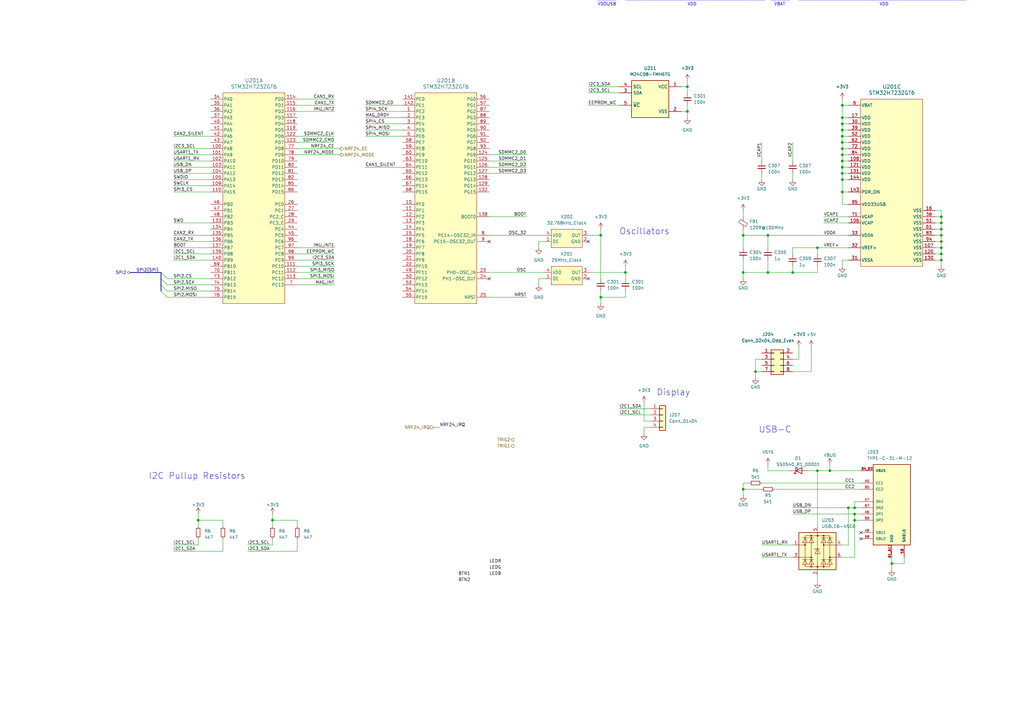
<source format=kicad_sch>
(kicad_sch (version 20230121) (generator eeschema)
  (paper "A3")
  (junction (at 104.14 -109.22))
  (junction (at 551.18 162.56))
  (junction (at 350.52 208.28))
  (junction (at -38.1 124.46))
  (junction (at 281.94 45.72))
  (junction (at -10.16 124.46))
  (junction (at 345.44 43.18))
  (junction (at 551.18 165.1))
  (junction (at 269.24 -20.32))
  (junction (at 104.14 -99.06))
  (junction (at 345.44 78.74))
  (junction (at 345.44 50.8))
  (junction (at 50.8 -109.22))
  (junction (at 162.56 -50.8))
  (junction (at 246.38 121.92))
  (junction (at -35.56 127))
  (junction (at 551.18 167.64))
  (junction (at -10.16 195.58))
  (junction (at 523.24 270.51))
  (junction (at 523.24 278.13))
  (junction (at 289.56 -20.32))
  (junction (at 345.44 66.04))
  (junction (at 299.72 -20.32))
  (junction (at 81.28 213.36))
  (junction (at 382.27 -10.16))
  (junction (at 345.44 48.26))
  (junction (at 386.08 88.9))
  (junction (at 386.08 101.6))
  (junction (at 314.96 111.76))
  (junction (at 351.79 -20.32))
  (junction (at 372.11 -20.32))
  (junction (at 345.44 53.34))
  (junction (at 335.28 193.04))
  (junction (at 345.44 73.66))
  (junction (at 325.12 111.76))
  (junction (at 111.76 213.36))
  (junction (at 304.8 200.66))
  (junction (at -35.56 157.48))
  (junction (at 48.26 -60.96))
  (junction (at 248.92 -10.16))
  (junction (at -10.16 193.04))
  (junction (at 281.94 35.56))
  (junction (at -35.56 121.92))
  (junction (at 289.56 -10.16))
  (junction (at 619.76 270.51))
  (junction (at -48.26 124.46))
  (junction (at 576.58 260.35))
  (junction (at 256.54 111.76))
  (junction (at 386.08 96.52))
  (junction (at 246.38 96.52))
  (junction (at 619.76 278.13))
  (junction (at 386.08 106.68))
  (junction (at 382.27 -20.32))
  (junction (at 50.8 -60.96))
  (junction (at 309.88 152.4))
  (junction (at 386.08 99.06))
  (junction (at 279.4 -20.32))
  (junction (at 350.52 213.36))
  (junction (at 309.88 -20.32))
  (junction (at 500.38 149.86))
  (junction (at 304.8 96.52))
  (junction (at 345.44 71.12))
  (junction (at 335.28 101.6))
  (junction (at 345.44 58.42))
  (junction (at -38.1 193.04))
  (junction (at 386.08 91.44))
  (junction (at 510.54 264.16))
  (junction (at -10.16 160.02))
  (junction (at -10.16 139.7))
  (junction (at 309.88 -10.16))
  (junction (at 351.79 -10.16))
  (junction (at 331.47 -20.32))
  (junction (at 331.47 -10.16))
  (junction (at 279.4 -10.16))
  (junction (at -10.16 157.48))
  (junction (at 341.63 -20.32))
  (junction (at 299.72 -10.16))
  (junction (at 48.26 -109.22))
  (junction (at 386.08 93.98))
  (junction (at 259.08 -10.16))
  (junction (at 304.8 111.76))
  (junction (at 345.44 68.58))
  (junction (at -10.16 175.26))
  (junction (at 510.54 287.02))
  (junction (at 104.14 -60.96))
  (junction (at -48.26 195.58))
  (junction (at 361.95 -20.32))
  (junction (at -10.16 177.8))
  (junction (at -35.56 139.7))
  (junction (at 361.95 -10.16))
  (junction (at 175.26 -50.8))
  (junction (at 314.96 96.52))
  (junction (at 248.92 -20.32))
  (junction (at 341.63 -10.16))
  (junction (at 345.44 60.96))
  (junction (at 340.36 193.04))
  (junction (at 347.98 208.28))
  (junction (at 269.24 -10.16))
  (junction (at 345.44 63.5))
  (junction (at 505.46 86.36))
  (junction (at -38.1 160.02))
  (junction (at 345.44 55.88))
  (junction (at 350.52 210.82))
  (junction (at 365.76 231.14))
  (junction (at -38.1 142.24))
  (junction (at 508 149.86))
  (junction (at 386.08 104.14))
  (junction (at -10.16 142.24))
  (junction (at 372.11 -10.16))
  (junction (at 106.68 -60.96))
  (junction (at 259.08 -20.32))
  (no_connect (at 20.32 -109.22))
  (no_connect (at 472.44 287.02))
  (no_connect (at 101.6 -106.68))
  (no_connect (at 45.72 -106.68))
  (no_connect (at 508 274.32))
  (no_connect (at 241.3 114.3))
  (no_connect (at 508 276.86))
  (no_connect (at 457.2 152.4))
  (no_connect (at 241.3 99.06))
  (no_connect (at 76.2 -60.96))
  (no_connect (at 472.44 284.48))
  (no_connect (at 45.72 -58.42))
  (no_connect (at 101.6 -58.42))
  (no_connect (at 76.2 -109.22))
  (no_connect (at 200.66 99.06))
  (no_connect (at 353.06 218.44))
  (no_connect (at 492.76 71.12))
  (no_connect (at 353.06 220.98))
  (no_connect (at 20.32 -60.96))
  (no_connect (at 200.66 114.3))
  (no_connect (at 492.76 66.04))
  (bus_entry (at 66.04 114.3) (size 2.54 2.54))
  (bus_entry (at 66.04 111.76) (size 2.54 2.54))
  (bus_entry (at 66.04 116.84) (size 2.54 2.54))
  (bus_entry (at 66.04 119.38) (size 2.54 2.54))
  (wire (pts (xy 320.04 -10.16) (xy 320.04 -12.7)))
  (wire (pts (xy 220.98 101.6) (xy 220.98 99.06)))
  (wire (pts (xy 256.54 119.38) (xy 256.54 121.92)))
  (wire (pts (xy 551.18 160.02) (xy 551.18 162.56)))
  (wire (pts (xy 345.44 50.8) (xy 347.98 50.8)))
  (polyline (pts (xy 252.73 -1.27) (xy 252.73 0)))
  (wire (pts (xy 149.86 53.34) (xy 165.1 53.34)))
  (wire (pts (xy 508 264.16) (xy 510.54 264.16)))
  (wire (pts (xy 73.66 -55.88) (xy 73.66 -58.42)))
  (wire (pts (xy -38.1 124.46) (xy -38.1 142.24)))
  (wire (pts (xy 304.8 203.2) (xy 304.8 200.66)))
  (wire (pts (xy 279.4 -20.32) (xy 289.56 -20.32)))
  (wire (pts (xy 372.11 -20.32) (xy 372.11 -17.78)))
  (wire (pts (xy 325.12 104.14) (xy 325.12 101.6)))
  (wire (pts (xy 351.79 -10.16) (xy 361.95 -10.16)))
  (wire (pts (xy 345.44 68.58) (xy 345.44 71.12)))
  (wire (pts (xy -91.44 187.96) (xy -91.44 193.04)))
  (wire (pts (xy -40.64 198.12) (xy -38.1 198.12)))
  (wire (pts (xy 48.26 -60.96) (xy 48.26 -58.42)))
  (wire (pts (xy 248.92 -10.16) (xy 248.92 -7.62)))
  (wire (pts (xy 386.08 96.52) (xy 386.08 99.06)))
  (wire (pts (xy 345.44 73.66) (xy 345.44 78.74)))
  (wire (pts (xy 279.4 -10.16) (xy 289.56 -10.16)))
  (wire (pts (xy 508 162.56) (xy 508 149.86)))
  (wire (pts (xy 91.44 215.9) (xy 91.44 213.36)))
  (wire (pts (xy 372.11 -20.32) (xy 382.27 -20.32)))
  (wire (pts (xy -35.56 121.92) (xy -35.56 127)))
  (wire (pts (xy 137.16 43.18) (xy 121.92 43.18)))
  (wire (pts (xy 71.12 76.2) (xy 86.36 76.2)))
  (wire (pts (xy 386.08 106.68) (xy 383.54 106.68)))
  (wire (pts (xy 304.8 93.98) (xy 304.8 96.52)))
  (wire (pts (xy 68.58 116.84) (xy 86.36 116.84)))
  (wire (pts (xy 462.28 60.96) (xy 462.28 68.58)))
  (wire (pts (xy 269.24 -10.16) (xy 269.24 -12.7)))
  (wire (pts (xy 309.88 152.4) (xy 312.42 152.4)))
  (wire (pts (xy -91.44 121.92) (xy -81.28 121.92)))
  (wire (pts (xy 361.95 -20.32) (xy 372.11 -20.32)))
  (wire (pts (xy 510.54 264.16) (xy 510.54 261.62)))
  (wire (pts (xy 556.26 170.18) (xy 556.26 167.64)))
  (wire (pts (xy 71.12 -111.76) (xy 71.12 -106.68)))
  (wire (pts (xy 350.52 210.82) (xy 350.52 213.36)))
  (wire (pts (xy 266.7 172.72) (xy 264.16 172.72)))
  (wire (pts (xy 309.88 154.94) (xy 309.88 152.4)))
  (wire (pts (xy 71.12 99.06) (xy 86.36 99.06)))
  (wire (pts (xy -48.26 195.58) (xy -33.02 195.58)))
  (wire (pts (xy -53.34 124.46) (xy -48.26 124.46)))
  (wire (pts (xy 304.8 198.12) (xy 304.8 200.66)))
  (wire (pts (xy 200.66 63.5) (xy 215.9 63.5)))
  (wire (pts (xy 121.92 215.9) (xy 121.92 213.36)))
  (wire (pts (xy 332.74 142.24) (xy 332.74 152.4)))
  (wire (pts (xy 345.44 53.34) (xy 345.44 55.88)))
  (wire (pts (xy 246.38 121.92) (xy 256.54 121.92)))
  (wire (pts (xy 510.54 287.02) (xy 510.54 284.48)))
  (wire (pts (xy 48.26 -101.6) (xy 48.26 -99.06)))
  (wire (pts (xy 162.56 -73.66) (xy 162.56 -66.04)))
  (wire (pts (xy 331.47 -10.16) (xy 341.63 -10.16)))
  (polyline (pts (xy 245.11 -1.27) (xy 245.11 0)))
  (wire (pts (xy 299.72 -10.16) (xy 309.88 -10.16)))
  (wire (pts (xy 335.28 238.76) (xy 335.28 236.22)))
  (wire (pts (xy 386.08 99.06) (xy 386.08 101.6)))
  (wire (pts (xy 441.96 170.18) (xy 457.2 170.18)))
  (polyline (pts (xy 316.23 -1.27) (xy 316.23 0)))
  (wire (pts (xy 331.47 -10.16) (xy 331.47 -12.7)))
  (wire (pts (xy -35.56 139.7) (xy -33.02 139.7)))
  (wire (pts (xy 459.74 276.86) (xy 472.44 276.86)))
  (wire (pts (xy 248.92 -20.32) (xy 259.08 -20.32)))
  (wire (pts (xy 149.86 50.8) (xy 165.1 50.8)))
  (wire (pts (xy 477.52 60.96) (xy 492.76 60.96)))
  (wire (pts (xy 325.12 208.28) (xy 347.98 208.28)))
  (wire (pts (xy 71.12 101.6) (xy 86.36 101.6)))
  (wire (pts (xy 320.04 -20.32) (xy 320.04 -17.78)))
  (wire (pts (xy 111.76 210.82) (xy 111.76 213.36)))
  (wire (pts (xy 340.36 193.04) (xy 353.06 193.04)))
  (wire (pts (xy 50.8 -63.5) (xy 50.8 -60.96)))
  (wire (pts (xy 220.98 114.3) (xy 223.52 114.3)))
  (wire (pts (xy -10.16 195.58) (xy -10.16 198.12)))
  (wire (pts (xy 331.47 -20.32) (xy 331.47 -17.78)))
  (wire (pts (xy 345.44 106.68) (xy 347.98 106.68)))
  (wire (pts (xy 345.44 43.18) (xy 345.44 48.26)))
  (wire (pts (xy 459.74 279.4) (xy 472.44 279.4)))
  (wire (pts (xy 162.56 -50.8) (xy 149.86 -50.8)))
  (wire (pts (xy -12.7 175.26) (xy -10.16 175.26)))
  (wire (pts (xy 241.3 38.1) (xy 254 38.1)))
  (wire (pts (xy -48.26 124.46) (xy -38.1 124.46)))
  (wire (pts (xy -10.16 121.92) (xy -10.16 124.46)))
  (wire (pts (xy 220.98 116.84) (xy 220.98 114.3)))
  (wire (pts (xy 121.92 63.5) (xy 139.7 63.5)))
  (wire (pts (xy -38.1 177.8) (xy -38.1 160.02)))
  (wire (pts (xy 551.18 165.1) (xy 551.18 167.64)))
  (wire (pts (xy 264.16 165.1) (xy 264.16 172.72)))
  (wire (pts (xy 325.12 71.12) (xy 325.12 73.66)))
  (wire (pts (xy -40.64 127) (xy -35.56 127)))
  (wire (pts (xy 497.84 172.72) (xy 515.62 172.72)))
  (wire (pts (xy 474.98 58.42) (xy 492.76 58.42)))
  (wire (pts (xy 50.8 -60.96) (xy 63.5 -60.96)))
  (wire (pts (xy 345.44 50.8) (xy 345.44 53.34)))
  (wire (pts (xy 304.8 200.66) (xy 312.42 200.66)))
  (wire (pts (xy 281.94 43.18) (xy 281.94 45.72)))
  (wire (pts (xy 248.92 -10.16) (xy 259.08 -10.16)))
  (wire (pts (xy 264.16 175.26) (xy 266.7 175.26)))
  (wire (pts (xy 523.24 271.78) (xy 523.24 270.51)))
  (wire (pts (xy 345.44 71.12) (xy 345.44 73.66)))
  (wire (pts (xy -12.7 124.46) (xy -10.16 124.46)))
  (wire (pts (xy 312.42 223.52) (xy 325.12 223.52)))
  (wire (pts (xy 71.12 66.04) (xy 86.36 66.04)))
  (wire (pts (xy 246.38 119.38) (xy 246.38 121.92)))
  (wire (pts (xy 81.28 213.36) (xy 81.28 215.9)))
  (wire (pts (xy 68.58 114.3) (xy 86.36 114.3)))
  (wire (pts (xy -45.72 127) (xy -48.26 127)))
  (wire (pts (xy 101.6 223.52) (xy 111.76 223.52)))
  (wire (pts (xy 304.8 106.68) (xy 304.8 111.76)))
  (wire (pts (xy 386.08 101.6) (xy 386.08 104.14)))
  (bus (pts (xy 66.04 114.3) (xy 66.04 116.84)))
  (wire (pts (xy 345.44 66.04) (xy 345.44 68.58)))
  (wire (pts (xy 386.08 106.68) (xy 386.08 109.22)))
  (wire (pts (xy 551.18 162.56) (xy 551.18 165.1)))
  (wire (pts (xy 345.44 58.42) (xy 347.98 58.42)))
  (wire (pts (xy 71.12 78.74) (xy 86.36 78.74)))
  (wire (pts (xy 314.96 106.68) (xy 314.96 111.76)))
  (wire (pts (xy 162.56 -50.8) (xy 175.26 -50.8)))
  (wire (pts (xy 510.54 266.7) (xy 510.54 264.16)))
  (wire (pts (xy -91.44 198.12) (xy -81.28 198.12)))
  (wire (pts (xy -83.82 116.84) (xy -83.82 119.38)))
  (wire (pts (xy 50.8 -71.12) (xy 50.8 -68.58)))
  (wire (pts (xy 386.08 104.14) (xy 386.08 106.68)))
  (wire (pts (xy 50.8 -111.76) (xy 50.8 -109.22)))
  (wire (pts (xy 111.76 213.36) (xy 111.76 215.9)))
  (wire (pts (xy 259.08 -10.16) (xy 269.24 -10.16)))
  (wire (pts (xy 71.12 226.06) (xy 91.44 226.06)))
  (wire (pts (xy 449.58 63.5) (xy 449.58 76.2)))
  (wire (pts (xy 149.86 55.88) (xy 165.1 55.88)))
  (wire (pts (xy 246.38 93.98) (xy 246.38 96.52)))
  (wire (pts (xy 345.44 68.58) (xy 347.98 68.58)))
  (wire (pts (xy 576.58 261.62) (xy 576.58 260.35)))
  (wire (pts (xy 325.12 111.76) (xy 335.28 111.76)))
  (wire (pts (xy 314.96 96.52) (xy 314.96 101.6)))
  (wire (pts (xy 45.72 -60.96) (xy 48.26 -60.96)))
  (wire (pts (xy 331.47 -22.86) (xy 331.47 -20.32)))
  (wire (pts (xy 345.44 106.68) (xy 345.44 109.22)))
  (wire (pts (xy 259.08 -10.16) (xy 259.08 -12.7)))
  (wire (pts (xy 241.3 43.18) (xy 254 43.18)))
  (wire (pts (xy -12.7 121.92) (xy -10.16 121.92)))
  (wire (pts (xy 106.68 -63.5) (xy 106.68 -60.96)))
  (wire (pts (xy -45.72 198.12) (xy -48.26 198.12)))
  (wire (pts (xy 162.56 -53.34) (xy 162.56 -50.8)))
  (wire (pts (xy 345.44 60.96) (xy 347.98 60.96)))
  (wire (pts (xy 246.38 96.52) (xy 246.38 114.3)))
  (wire (pts (xy -10.16 160.02) (xy -10.16 175.26)))
  (wire (pts (xy 382.27 -20.32) (xy 382.27 -17.78)))
  (wire (pts (xy 347.98 208.28) (xy 350.52 208.28)))
  (wire (pts (xy 500.38 152.4) (xy 500.38 149.86)))
  (wire (pts (xy -38.1 119.38) (xy -53.34 119.38)))
  (wire (pts (xy 248.92 -10.16) (xy 248.92 -12.7)))
  (wire (pts (xy 351.79 -10.16) (xy 351.79 -12.7)))
  (wire (pts (xy 200.66 121.92) (xy 215.9 121.92)))
  (wire (pts (xy 309.88 -10.16) (xy 320.04 -10.16)))
  (wire (pts (xy 104.14 -99.06) (xy 104.14 -96.52)))
  (wire (pts (xy -38.1 160.02) (xy -33.02 160.02)))
  (wire (pts (xy 500.38 149.86) (xy 497.84 149.86)))
  (wire (pts (xy -10.16 157.48) (xy -10.16 160.02)))
  (wire (pts (xy 101.6 226.06) (xy 121.92 226.06)))
  (wire (pts (xy 289.56 -10.16) (xy 299.72 -10.16)))
  (wire (pts (xy 341.63 -10.16) (xy 351.79 -10.16)))
  (wire (pts (xy -53.34 190.5) (xy -38.1 190.5)))
  (wire (pts (xy 347.98 83.82) (xy 345.44 83.82)))
  (wire (pts (xy -12.7 195.58) (xy -10.16 195.58)))
  (wire (pts (xy 350.52 210.82) (xy 353.06 210.82)))
  (wire (pts (xy 345.44 71.12) (xy 347.98 71.12)))
  (wire (pts (xy 533.4 270.51) (xy 523.24 270.51)))
  (wire (pts (xy 477.52 185.42) (xy 477.52 182.88)))
  (wire (pts (xy 68.58 119.38) (xy 86.36 119.38)))
  (wire (pts (xy -35.56 157.48) (xy -33.02 157.48)))
  (wire (pts (xy 505.46 86.36) (xy 508 86.36)))
  (wire (pts (xy 508 83.82) (xy 508 86.36)))
  (wire (pts (xy 361.95 -10.16) (xy 372.11 -10.16)))
  (wire (pts (xy 551.18 165.1) (xy 548.64 165.1)))
  (wire (pts (xy -48.26 195.58) (xy -48.26 198.12)))
  (wire (pts (xy 91.44 220.98) (xy 91.44 226.06)))
  (wire (pts (xy 447.04 53.34) (xy 492.76 53.34)))
  (wire (pts (xy 289.56 -20.32) (xy 289.56 -17.78)))
  (wire (pts (xy 341.63 -20.32) (xy 341.63 -17.78)))
  (wire (pts (xy 327.66 147.32) (xy 325.12 147.32)))
  (wire (pts (xy 104.14 -109.22) (xy 114.3 -109.22)))
  (wire (pts (xy -83.82 119.38) (xy -81.28 119.38)))
  (wire (pts (xy -91.44 116.84) (xy -91.44 121.92)))
  (wire (pts (xy 361.95 -10.16) (xy 361.95 -12.7)))
  (wire (pts (xy -12.7 142.24) (xy -10.16 142.24)))
  (wire (pts (xy 382.27 -10.16) (xy 392.43 -10.16)))
  (wire (pts (xy -83.82 152.4) (xy -83.82 154.94)))
  (wire (pts (xy 345.44 48.26) (xy 345.44 50.8)))
  (wire (pts (xy 259.08 -20.32) (xy 259.08 -17.78)))
  (wire (pts (xy 459.74 264.16) (xy 472.44 264.16)))
  (wire (pts (xy -38.1 160.02) (xy -38.1 142.24)))
  (wire (pts (xy 508 147.32) (xy 508 149.86)))
  (wire (pts (xy -38.1 193.04) (xy -38.1 198.12)))
  (wire (pts (xy -12.7 139.7) (xy -10.16 139.7)))
  (wire (pts (xy 246.38 96.52) (xy 241.3 96.52)))
  (wire (pts (xy 104.14 -101.6) (xy 104.14 -99.06)))
  (wire (pts (xy 386.08 86.36) (xy 383.54 86.36)))
  (wire (pts (xy 81.28 210.82) (xy 81.28 213.36)))
  (wire (pts (xy 386.08 88.9) (xy 383.54 88.9)))
  (wire (pts (xy 50.8 -109.22) (xy 63.5 -109.22)))
  (polyline (pts (xy 256.54 -1.27) (xy 256.54 0)))
  (wire (pts (xy 508 266.7) (xy 510.54 266.7)))
  (wire (pts (xy 551.18 167.64) (xy 548.64 167.64)))
  (wire (pts (xy 474.98 76.2) (xy 472.44 76.2)))
  (wire (pts (xy 441.96 154.94) (xy 457.2 154.94)))
  (wire (pts (xy 370.84 228.6) (xy 370.84 231.14)))
  (wire (pts (xy 579.12 261.62) (xy 579.12 260.35)))
  (wire (pts (xy 17.78 -106.68) (xy 20.32 -106.68)))
  (wire (pts (xy -53.34 198.12) (xy -50.8 198.12)))
  (wire (pts (xy 382.27 -20.32) (xy 392.43 -20.32)))
  (wire (pts (xy 264.16 177.8) (xy 264.16 175.26)))
  (wire (pts (xy 312.42 198.12) (xy 353.06 198.12)))
  (wire (pts (xy 345.44 223.52) (xy 347.98 223.52)))
  (wire (pts (xy 551.18 170.18) (xy 551.18 167.64)))
  (wire (pts (xy 345.44 78.74) (xy 345.44 83.82)))
  (wire (pts (xy 121.92 104.14) (xy 137.16 104.14)))
  (wire (pts (xy 372.11 -10.16) (xy 382.27 -10.16)))
  (wire (pts (xy 629.92 276.86) (xy 629.92 278.13)))
  (wire (pts (xy 309.88 -10.16) (xy 309.88 -12.7)))
  (wire (pts (xy 279.4 -10.16) (xy 279.4 -12.7)))
  (wire (pts (xy -91.44 195.58) (xy -81.28 195.58)))
  (wire (pts (xy 104.14 -99.06) (xy 114.3 -99.06)))
  (wire (pts (xy 497.84 170.18) (xy 515.62 170.18)))
  (wire (pts (xy 351.79 -20.32) (xy 361.95 -20.32)))
  (wire (pts (xy 71.12 63.5) (xy 86.36 63.5)))
  (wire (pts (xy 279.4 -20.32) (xy 279.4 -17.78)))
  (wire (pts (xy 347.98 223.52) (xy 347.98 208.28)))
  (wire (pts (xy 472.44 81.28) (xy 477.52 81.28)))
  (wire (pts (xy 200.66 111.76) (xy 223.52 111.76)))
  (wire (pts (xy 556.26 160.02) (xy 556.26 162.56)))
  (wire (pts (xy 392.43 -10.16) (xy 392.43 -12.7)))
  (wire (pts (xy 441.96 157.48) (xy 457.2 157.48)))
  (wire (pts (xy 121.92 116.84) (xy 137.16 116.84)))
  (wire (pts (xy 601.98 271.78) (xy 589.28 271.78)))
  (wire (pts (xy 335.28 101.6) (xy 347.98 101.6)))
  (wire (pts (xy 386.08 91.44) (xy 386.08 93.98)))
  (wire (pts (xy 175.26 -60.96) (xy 175.26 -58.42)))
  (wire (pts (xy 447.04 81.28) (xy 447.04 53.34)))
  (polyline (pts (xy 245.11 0) (xy 252.73 0)))
  (wire (pts (xy 121.92 58.42) (xy 137.16 58.42)))
  (wire (pts (xy 101.6 -109.22) (xy 104.14 -109.22)))
  (wire (pts (xy 523.24 278.13) (xy 523.24 276.86)))
  (wire (pts (xy 17.78 -104.14) (xy 17.78 -106.68)))
  (wire (pts (xy 137.16 114.3) (xy 121.92 114.3)))
  (wire (pts (xy 137.16 55.88) (xy 121.92 55.88)))
  (wire (pts (xy 386.08 93.98) (xy 383.54 93.98)))
  (wire (pts (xy 48.26 -53.34) (xy 48.26 -50.8)))
  (wire (pts (xy 114.3 -101.6) (xy 114.3 -99.06)))
  (wire (pts (xy -35.56 157.48) (xy -35.56 175.26)))
  (wire (pts (xy 241.3 35.56) (xy 254 35.56)))
  (wire (pts (xy 121.92 220.98) (xy 121.92 226.06)))
  (wire (pts (xy -63.5 160.02) (xy -63.5 162.56)))
  (polyline (pts (xy 313.69 -1.27) (xy 313.69 0)))
  (wire (pts (xy 149.86 -50.8) (xy 149.86 -53.34)))
  (wire (pts (xy 505.46 83.82) (xy 505.46 86.36)))
  (wire (pts (xy 111.76 213.36) (xy 121.92 213.36)))
  (wire (pts (xy 71.12 55.88) (xy 86.36 55.88)))
  (wire (pts (xy 551.18 162.56) (xy 548.64 162.56)))
  (wire (pts (xy 441.96 160.02) (xy 457.2 160.02)))
  (wire (pts (xy 241.3 111.76) (xy 256.54 111.76)))
  (wire (pts (xy 254 170.18) (xy 266.7 170.18)))
  (wire (pts (xy 149.86 -60.96) (xy 149.86 -58.42)))
  (wire (pts (xy 256.54 109.22) (xy 256.54 111.76)))
  (wire (pts (xy 350.52 208.28) (xy 350.52 205.74)))
  (wire (pts (xy 382.27 -10.16) (xy 382.27 -12.7)))
  (wire (pts (xy -73.66 160.02) (xy -73.66 162.56)))
  (wire (pts (xy -53.34 152.4) (xy -53.34 154.94)))
  (wire (pts (xy 281.94 45.72) (xy 281.94 48.26)))
  (wire (pts (xy 175.26 -50.8) (xy 175.26 -48.26)))
  (wire (pts (xy 200.66 88.9) (xy 215.9 88.9)))
  (wire (pts (xy 515.62 162.56) (xy 508 162.56)))
  (wire (pts (xy 71.12 73.66) (xy 86.36 73.66)))
  (wire (pts (xy 579.12 260.35) (xy 576.58 260.35)))
  (wire (pts (xy -10.16 193.04) (xy -10.16 195.58)))
  (wire (pts (xy 576.58 289.56) (xy 576.58 287.02)))
  (polyline (pts (xy 323.85 -1.27) (xy 323.85 0)))
  (wire (pts (xy 200.66 96.52) (xy 223.52 96.52)))
  (wire (pts (xy 345.44 55.88) (xy 345.44 58.42)))
  (wire (pts (xy 619.76 270.51) (xy 619.76 269.24)))
  (wire (pts (xy 289.56 -10.16) (xy 289.56 -12.7)))
  (wire (pts (xy 345.44 78.74) (xy 347.98 78.74)))
  (wire (pts (xy 350.52 208.28) (xy 353.06 208.28)))
  (wire (pts (xy 111.76 220.98) (xy 111.76 223.52)))
  (wire (pts (xy 121.92 60.96) (xy 139.7 60.96)))
  (wire (pts (xy 629.92 278.13) (xy 619.76 278.13)))
  (wire (pts (xy 259.08 -20.32) (xy 269.24 -20.32)))
  (wire (pts (xy 345.44 60.96) (xy 345.44 63.5)))
  (wire (pts (xy 312.42 71.12) (xy 312.42 73.66)))
  (wire (pts (xy 149.86 43.18) (xy 165.1 43.18)))
  (wire (pts (xy -35.56 127) (xy -35.56 139.7)))
  (wire (pts (xy 551.18 276.86) (xy 563.88 276.86)))
  (wire (pts (xy 137.16 109.22) (xy 121.92 109.22)))
  (wire (pts (xy 350.52 213.36) (xy 353.06 213.36)))
  (wire (pts (xy 104.14 -60.96) (xy 104.14 -58.42)))
  (wire (pts (xy 137.16 111.76) (xy 121.92 111.76)))
  (wire (pts (xy 365.76 228.6) (xy 365.76 231.14)))
  (wire (pts (xy 149.86 68.58) (xy 165.1 68.58)))
  (wire (pts (xy 500.38 149.86) (xy 508 149.86)))
  (wire (pts (xy -53.34 121.92) (xy -35.56 121.92)))
  (wire (pts (xy 510.54 289.56) (xy 510.54 287.02)))
  (wire (pts (xy 386.08 99.06) (xy 383.54 99.06)))
  (wire (pts (xy 114.3 -109.22) (xy 114.3 -106.68)))
  (wire (pts (xy 497.84 152.4) (xy 500.38 152.4)))
  (wire (pts (xy 327.66 142.24) (xy 327.66 147.32)))
  (wire (pts (xy 71.12 71.12) (xy 86.36 71.12)))
  (wire (pts (xy -50.8 127) (xy -50.8 129.54)))
  (wire (pts (xy 345.44 58.42) (xy 345.44 60.96)))
  (wire (pts (xy 361.95 -20.32) (xy 361.95 -17.78)))
  (wire (pts (xy 462.28 88.9) (xy 462.28 91.44)))
  (wire (pts (xy 601.98 269.24) (xy 589.28 269.24)))
  (wire (pts (xy 386.08 96.52) (xy 383.54 96.52)))
  (wire (pts (xy 177.8 175.26) (xy 180.34 175.26)))
  (wire (pts (xy -53.34 193.04) (xy -38.1 193.04)))
  (wire (pts (xy 452.12 81.28) (xy 447.04 81.28)))
  (wire (pts (xy 513.08 167.64) (xy 515.62 167.64)))
  (wire (pts (xy 386.08 104.14) (xy 383.54 104.14)))
  (wire (pts (xy 312.42 228.6) (xy 325.12 228.6)))
  (wire (pts (xy 340.36 190.5) (xy 340.36 193.04)))
  (wire (pts (xy 350.52 228.6) (xy 350.52 213.36)))
  (wire (pts (xy 505.46 86.36) (xy 505.46 88.9)))
  (wire (pts (xy 121.92 106.68) (xy 137.16 106.68)))
  (wire (pts (xy -12.7 177.8) (xy -10.16 177.8)))
  (wire (pts (xy 386.08 93.98) (xy 386.08 96.52)))
  (wire (pts (xy 515.62 160.02) (xy 497.84 160.02)))
  (wire (pts (xy 312.42 58.42) (xy 312.42 66.04)))
  (wire (pts (xy 149.86 -73.66) (xy 149.86 -66.04)))
  (wire (pts (xy 345.44 63.5) (xy 347.98 63.5)))
  (wire (pts (xy 345.44 63.5) (xy 345.44 66.04)))
  (wire (pts (xy 50.8 -119.38) (xy 50.8 -116.84)))
  (wire (pts (xy 314.96 193.04) (xy 314.96 190.5)))
  (wire (pts (xy 223.52 99.06) (xy 220.98 99.06)))
  (wire (pts (xy -91.44 124.46) (xy -81.28 124.46)))
  (wire (pts (xy 121.92 40.64) (xy 137.16 40.64)))
  (wire (pts (xy 73.66 -58.42) (xy 76.2 -58.42)))
  (wire (pts (xy 350.52 205.74) (xy 353.06 205.74)))
  (wire (pts (xy 337.82 91.44) (xy 347.98 91.44)))
  (wire (pts (xy 335.28 109.22) (xy 335.28 111.76)))
  (wire (pts (xy 345.44 48.26) (xy 347.98 48.26)))
  (wire (pts (xy 325.12 58.42) (xy 325.12 66.04)))
  (wire (pts (xy 104.14 -53.34) (xy 104.14 -50.8)))
  (wire (pts (xy 619.76 279.4) (xy 619.76 278.13)))
  (wire (pts (xy 106.68 -71.12) (xy 106.68 -68.58)))
  (wire (pts (xy 200.66 68.58) (xy 215.9 68.58)))
  (wire (pts (xy 175.26 -73.66) (xy 175.26 -66.04)))
  (wire (pts (xy -38.1 124.46) (xy -33.02 124.46)))
  (wire (pts (xy 81.28 220.98) (xy 81.28 223.52)))
  (wire (pts (xy 256.54 111.76) (xy 256.54 114.3)))
  (wire (pts (xy 351.79 -20.32) (xy 351.79 -17.78)))
  (wire (pts (xy 175.26 -53.34) (xy 175.26 -50.8)))
  (wire (pts (xy 304.8 96.52) (xy 304.8 101.6)))
  (wire (pts (xy 345.44 55.88) (xy 347.98 55.88)))
  (wire (pts (xy 345.44 40.64) (xy 345.44 43.18)))
  (wire (pts (xy 551.18 274.32) (xy 563.88 274.32)))
  (wire (pts (xy 281.94 38.1) (xy 281.94 35.56)))
  (wire (pts (xy 48.26 -60.96) (xy 50.8 -60.96)))
  (wire (pts (xy 17.78 -58.42) (xy 20.32 -58.42)))
  (wire (pts (xy 477.52 81.28) (xy 477.52 60.96)))
  (wire (pts (xy -73.66 152.4) (xy -73.66 154.94)))
  (wire (pts (xy 279.4 45.72) (xy 281.94 45.72)))
  (wire (pts (xy 162.56 -60.96) (xy 162.56 -58.42)))
  (wire (pts (xy 576.58 260.35) (xy 576.58 259.08)))
  (wire (pts (xy 386.08 88.9) (xy 386.08 91.44)))
  (wire (pts (xy -33.02 177.8) (xy -38.1 177.8)))
  (wire (pts (xy -12.7 193.04) (xy -10.16 193.04)))
  (wire (pts (xy 248.92 -20.32) (xy 248.92 -17.78)))
  (wire (pts (xy 325.12 101.6) (xy 335.28 101.6)))
  (wire (pts (xy 337.82 88.9) (xy 347.98 88.9)))
  (wire (pts (xy 309.88 -20.32) (xy 320.04 -20.32)))
  (bus (pts (xy 66.04 116.84) (xy 66.04 119.38)))
  (wire (pts (xy 386.08 86.36) (xy 386.08 88.9)))
  (wire (pts (xy 335.28 193.04) (xy 335.28 215.9)))
  (wire (pts (xy 121.92 101.6) (xy 137.16 101.6)))
  (wire (pts (xy 515.62 157.48) (xy 497.84 157.48)))
  (wire (pts (xy 331.47 193.04) (xy 335.28 193.04)))
  (wire (pts (xy -53.34 127) (xy -50.8 127)))
  (wire (pts (xy 332.74 152.4) (xy 325.12 152.4)))
  (wire (pts (xy 335.28 193.04) (xy 340.36 193.04)))
  (wire (pts (xy 533.4 276.86) (xy 533.4 278.13)))
  (wire (pts (xy 331.47 -20.32) (xy 341.63 -20.32)))
  (wire (pts (xy 200.66 71.12) (xy 215.9 71.12)))
  (wire (pts (xy 254 167.64) (xy 266.7 167.64)))
  (wire (pts (xy 269.24 -10.16) (xy 279.4 -10.16)))
  (wire (pts (xy 200.66 66.04) (xy 215.9 66.04)))
  (wire (pts (xy 523.24 270.51) (xy 523.24 269.24)))
  (wire (pts (xy -91.44 193.04) (xy -81.28 193.04)))
  (polyline (pts (xy 327.66 0) (xy 396.24 0)))
  (wire (pts (xy 372.11 -10.16) (xy 372.11 -12.7)))
  (polyline (pts (xy 327.66 -1.27) (xy 327.66 0)))
  (wire (pts (xy 121.92 45.72) (xy 137.16 45.72)))
  (wire (pts (xy 508 287.02) (xy 510.54 287.02)))
  (wire (pts (xy -83.82 187.96) (xy -83.82 190.5)))
  (wire (pts (xy 474.98 58.42) (xy 474.98 76.2)))
  (wire (pts (xy 365.76 231.14) (xy 370.84 231.14)))
  (bus (pts (xy 66.04 111.76) (xy 66.04 114.3)))
  (wire (pts (xy -38.1 142.24) (xy -33.02 142.24)))
  (wire (pts (xy -10.16 175.26) (xy -10.16 177.8)))
  (bus (pts (xy 53.34 111.76) (xy 66.04 111.76)))
  (wire (pts (xy 386.08 101.6) (xy 383.54 101.6)))
  (wire (pts (xy 45.72 -109.22) (xy 48.26 -109.22)))
  (wire (pts (xy -35.56 139.7) (xy -35.56 157.48)))
  (wire (pts (xy 480.06 78.74) (xy 492.76 78.74)))
  (wire (pts (xy -10.16 139.7) (xy -10.16 142.24)))
  (wire (pts (xy 551.18 271.78) (xy 563.88 271.78)))
  (wire (pts (xy 441.96 165.1) (xy 457.2 165.1)))
  (wire (pts (xy 309.88 147.32) (xy 309.88 152.4)))
  (wire (pts (xy 341.63 -10.16) (xy 341.63 -12.7)))
  (wire (pts (xy -10.16 177.8) (xy -10.16 193.04)))
  (wire (pts (xy 246.38 124.46) (xy 246.38 121.92)))
  (wire (pts (xy 449.58 63.5) (xy 492.76 63.5)))
  (wire (pts (xy 345.44 66.04) (xy 347.98 66.04)))
  (wire (pts (xy 289.56 -20.32) (xy 299.72 -20.32)))
  (wire (pts (xy 345.44 228.6) (xy 350.52 228.6)))
  (wire (pts (xy 591.82 276.86) (xy 589.28 276.86)))
  (wire (pts (xy 459.74 269.24) (xy 472.44 269.24)))
  (wire (pts (xy 480.06 76.2) (xy 492.76 76.2)))
  (wire (pts (xy 71.12 68.58) (xy 86.36 68.58)))
  (wire (pts (xy -53.34 160.02) (xy -53.34 162.56)))
  (wire (pts (xy -50.8 198.12) (xy -50.8 200.66)))
  (wire (pts (xy 347.98 43.18) (xy 345.44 43.18)))
  (wire (pts (xy 510.54 284.48) (xy 508 284.48)))
  (wire (pts (xy 505.46 45.72) (xy 505.46 48.26)))
  (wire (pts (xy 309.88 -20.32) (xy 309.88 -17.78)))
  (wire (pts (xy 48.26 -109.22) (xy 50.8 -109.22)))
  (wire (pts (xy 248.92 -22.86) (xy 248.92 -20.32)))
  (wire (pts (xy 513.08 177.8) (xy 513.08 167.64)))
  (wire (pts (xy 452.12 76.2) (xy 449.58 76.2)))
  (wire (pts (xy -48.26 124.46) (xy -48.26 127)))
  (wire (pts (xy 459.74 271.78) (xy 472.44 271.78)))
  (wire (pts (xy 269.24 -20.32) (xy 279.4 -20.32)))
  (wire (pts (xy -10.16 124.46) (xy -10.16 139.7)))
  (polyline (pts (xy 316.23 0) (xy 323.85 0)))
  (wire (pts (xy 323.85 193.04) (xy 314.96 193.04)))
  (wire (pts (xy 533.4 278.13) (xy 523.24 278.13)))
  (wire (pts (xy 314.96 96.52) (xy 347.98 96.52)))
  (wire (pts (xy 441.96 172.72) (xy 457.2 172.72)))
  (wire (pts (xy 48.26 -109.22) (xy 48.26 -106.68)))
  (wire (pts (xy 304.8 86.36) (xy 304.8 88.9)))
  (wire (pts (xy -91.44 127) (xy -81.28 127)))
  (wire (pts (xy 281.94 33.02) (xy 281.94 35.56)))
  (wire (pts (xy 279.4 35.56) (xy 281.94 35.56)))
  (wire (pts (xy 515.62 154.94) (xy 497.84 154.94)))
  (wire (pts (xy 106.68 -60.96) (xy 119.38 -60.96)))
  (wire (pts (xy 619.76 271.78) (xy 619.76 270.51)))
  (wire (pts (xy -83.82 190.5) (xy -81.28 190.5)))
  (wire (pts (xy 307.34 198.12) (xy 304.8 198.12)))
  (wire (pts (xy 309.88 147.32) (xy 312.42 147.32)))
  (wire (pts (xy 304.8 111.76) (xy 304.8 114.3)))
  (wire (pts (xy 335.28 104.14) (xy 335.28 101.6)))
  (wire (pts (xy -35.56 121.92) (xy -33.02 121.92)))
  (wire (pts (xy 345.44 73.66) (xy 347.98 73.66)))
  (wire (pts (xy 314.96 111.76) (xy 325.12 111.76)))
  (wire (pts (xy -12.7 157.48) (xy -10.16 157.48)))
  (wire (pts (xy 317.5 200.66) (xy 353.06 200.66)))
  (wire (pts (xy -63.5 152.4) (xy -63.5 154.94)))
  (wire (pts (xy 533.4 271.78) (xy 533.4 270.51)))
  (wire (pts (xy 104.14 -60.96) (xy 106.68 -60.96)))
  (wire (pts (xy 619.76 278.13) (xy 619.76 276.86)))
  (wire (pts (xy 299.72 -20.32) (xy 299.72 -17.78)))
  (wire (pts (xy 304.8 96.52) (xy 314.96 96.52)))
  (wire (pts (xy 104.14 -109.22) (xy 104.14 -106.68)))
  (wire (pts (xy 71.12 106.68) (xy 86.36 106.68)))
  (wire (pts (xy 325.12 109.22) (xy 325.12 111.76)))
  (polyline (pts (xy 396.24 -1.27) (xy 396.24 0)))
  (wire (pts (xy 71.12 91.44) (xy 86.36 91.44)))
  (wire (pts (xy 325.12 210.82) (xy 350.52 210.82)))
  (wire (pts (xy 71.12 60.96) (xy 86.36 60.96)))
  (wire (pts (xy 497.84 175.26) (xy 515.62 175.26)))
  (wire (pts (xy 386.08 91.44) (xy 383.54 91.44)))
  (wire (pts (xy 551.18 269.24) (xy 563.88 269.24)))
  (wire (pts (xy 341.63 -20.32) (xy 351.79 -20.32)))
  (wire (pts (xy 149.86 48.26) (xy 165.1 48.26)))
  (wire (pts (xy -53.34 195.58) (xy -48.26 195.58)))
  (wire (pts (xy 149.86 45.72) (xy 165.1 45.72)))
  (wire (pts (xy 101.6 -60.96) (xy 104.14 -60.96)))
  (wire (pts (xy 71.12 96.52) (xy 86.36 96.52)))
  (wire (pts (xy 591.82 287.02) (xy 591.82 284.48)))
  (wire (pts (xy 551.18 160.02) (xy 548.64 160.02)))
  (wire (pts (xy 71.12 104.14) (xy 86.36 104.14)))
  (wire (pts (xy 331.47 -10.16) (xy 331.47 -7.62)))
  (wire (pts (xy 629.92 270.51) (xy 619.76 270.51)))
  (wire (pts (xy 392.43 -20.32) (xy 392.43 -17.78)))
  (wire (pts (xy 299.72 -10.16) (xy 299.72 -12.7)))
  (wire (pts (xy 629.92 271.78) (xy 629.92 270.51)))
  (wire (pts (xy 497.84 165.1) (xy 515.62 165.1)))
  (wire (pts (xy -12.7 160.02) (xy -10.16 160.02)))
  (wire (pts (xy 17.78 -55.88) (xy 17.78 -58.42)))
  (wire (pts (xy 71.12 223.52) (xy 81.28 223.52)))
  (wire (pts (xy 81.28 213.36) (xy 91.44 213.36)))
  (wire (pts (xy 523.24 279.4) (xy 523.24 278.13)))
  (wire (pts (xy -35.56 175.26) (xy -33.02 175.26)))
  (wire (pts (xy 299.72 -20.32) (xy 309.88 -20.32)))
  (wire (pts (xy 71.12 -106.68) (xy 76.2 -106.68)))
  (wire (pts (xy -38.1 193.04) (xy -33.02 193.04)))
  (wire (pts (xy 459.74 266.7) (xy 472.44 266.7)))
  (wire (pts (xy 365.76 231.14) (xy 365.76 233.68)))
  (wire (pts (xy 345.44 53.34) (xy 347.98 53.34)))
  (wire (pts (xy -10.16 142.24) (xy -10.16 157.48)))
  (polyline (pts (xy 256.54 0) (xy 313.69 0)))
  (wire (pts (xy 68.58 121.92) (xy 86.36 121.92)))
  (wire (pts (xy -83.82 160.02) (xy -83.82 162.56)))
  (wire (pts (xy 269.24 -20.32) (xy 269.24 -17.78)))
  (wire (pts (xy 591.82 279.4) (xy 591.82 276.86)))
  (wire (pts (xy 304.8 111.76) (xy 314.96 111.76)))
  (text "USB-C" (at 311.15 177.8 0) (effects (font (size 2.54 2.54)) (justify left bottom)))
  (text "Oscillators" (at 254 96.52 0) (effects (font (size 2.54 2.54)) (justify left bottom)))
  (text "CAN Transceivers" (at -130.81 104.14 0) (effects (font (size 2.54 2.54)) (justify left bottom)))
  (text "VDD" (at 281.94 2.54 0) (effects (font (size 1.27 1.27)) (justify left bottom)))
  (text "Micro SD Card Slot" (at 435.61 134.62 0) (effects (font (size 2.54 2.54)) (justify left bottom)))
  (text "VBAT" (at 317.5 2.54 0) (effects (font (size 1.27 1.27)) (justify left bottom)))
  (text "VDDUSB" (at 245.11 2.54 0) (effects (font (size 1.27 1.27)) (justify left bottom)))
  (text "Debug" (at 477.52 43.18 0) (effects (font (size 2.54 2.54)) (justify left bottom)))
  (text "IMU + Magnetometer" (at 459.74 248.92 0) (effects (font (size 2.54 2.54)) (justify left bottom)))
  (text "Buttons" (at 10.16 -127 0) (effects (font (size 2.54 2.54)) (justify left bottom)))
  (text "User LEDs" (at 143.51 -83.82 0) (effects (font (size 2.54 2.54)) (justify left bottom)))
  (text "I2C Pullup Resistors" (at 60.96 196.85 0) (effects (font (size 2.54 2.54)) (justify left bottom)))
  (text "Decoupling Capacitors" (at 241.3 -33.02 0) (effects (font (size 2.54 2.54)) (justify left bottom)))
  (text "Pull \"S\" pin low for\nnormal operation" (at -62.23 111.76 0) (effects (font (size 1.27 1.27)) (justify left bottom)))
  (text "Display" (at 269.24 162.56 0) (effects (font (size 2.54 2.54)) (justify left bottom)))
  (text "VDD" (at 360.68 2.54 0) (effects (font (size 1.27 1.27)) (justify left bottom)))
  (label "CAN1_TX" (at -91.44 124.46 0))
  (label "EEPROM_WC" (at 137.16 104.14 180))
  (label "DAT3" (at 500.38 157.48 0))
  (label "USART1_RX" (at 480.06 76.2 0))
  (label "SPI4_MOSI" (at 149.86 55.88 0))
  (label "DAT0" (at 500.38 170.18 0))
  (label "SDMMC2_D3" (at 215.9 71.12 180))
  (label "SWCLK" (at 71.12 76.2 0))
  (label "LEDR" (at 200.66 231.14 0))
  (label "I2C3_SDA" (at 241.3 35.56 0))
  (label "LEDG" (at 162.56 -73.66 270))
  (label "MAG_INT" (at 137.16 116.84 180))
  (label "SPI2{SPI}" (at 55.88 111.76 0))
  (label "SWO" (at 480.06 63.5 0))
  (label "VCAP2" (at 325.12 58.42 270))
  (label "SPI3_MISO" (at 459.74 264.16 0))
  (label "MAG_C1" (at 590.55 276.86 0))
  (label "NRST" (at 215.9 121.92 180))
  (label "VCAP2" (at 337.82 91.44 0))
  (label "EEPROM_WC" (at 241.3 43.18 0))
  (label "DAT1" (at 500.38 172.72 0))
  (label "SWO" (at 71.12 91.44 0))
  (label "USART1_TX" (at 71.12 63.5 0))
  (label "CAN1_RX" (at 137.16 40.64 180))
  (label "CAN1_SILENT" (at 149.86 68.58 0))
  (label "BTN2" (at 119.38 -60.96 180))
  (label "SPI2.MISO" (at 71.12 119.38 0))
  (label "I2C3_SDA" (at 137.16 106.68 180))
  (label "SPI3_CS" (at 71.12 78.74 0))
  (label "SPI4_SCK" (at 551.18 271.78 0))
  (label "SWCLK" (at 480.06 58.42 0))
  (label "NRST" (at 480.06 53.34 0))
  (label "LEDR" (at 149.86 -73.66 270))
  (label "SDMMC2_CMD" (at 441.96 160.02 0))
  (label "I2C1_SCL" (at 254 170.18 0))
  (label "SDMMC2_CLK" (at 137.16 55.88 180))
  (label "SPI2.MOSI" (at 71.12 121.92 0))
  (label "CAN1_H" (at -50.8 121.92 0))
  (label "CAN1_RX" (at -91.44 127 0))
  (label "SPI4_MISO" (at 551.18 276.86 0))
  (label "BOOT" (at 71.12 101.6 0))
  (label "CAN2_RX" (at -91.44 198.12 0))
  (label "CAN2_L" (at -50.8 195.58 0))
  (label "CLK" (at 500.38 165.1 0))
  (label "NRF24_IRQ" (at 180.34 175.26 0))
  (label "I2C1_SDA" (at 71.12 226.06 0))
  (label "SPI4_SCK" (at 149.86 45.72 0))
  (label "SPI3_SCK" (at 459.74 269.24 0))
  (label "SPI3_MOSI" (at 137.16 114.3 180))
  (label "MAG_DRDY" (at 601.98 269.24 180))
  (label "USB_DP" (at 325.12 210.82 0))
  (label "USB_DP" (at 71.12 71.12 0))
  (label "CAN1_TX" (at 137.16 43.18 180))
  (label "SPI3_MISO" (at 137.16 111.76 180))
  (label "SDMMC2_CD" (at 500.38 175.26 0))
  (label "CAN1_SILENT" (at -38.1 119.38 180))
  (label "MAG_DRDY" (at 149.86 48.26 0))
  (label "VREF+" (at 337.82 101.6 0))
  (label "VCAP1" (at 337.82 88.9 0))
  (label "BTN1" (at 187.96 236.22 0))
  (label "USB_DN" (at 325.12 208.28 0))
  (label "IMU_INT2" (at 137.16 45.72 180))
  (label "LEDB" (at 200.66 236.22 0))
  (label "CAN2_H" (at -50.8 193.04 0))
  (label "BOOT" (at 111.76 -109.22 180))
  (label "CAN2_TX" (at -91.44 195.58 0))
  (label "IMU_INT1" (at 459.74 276.86 0))
  (label "SDMMC2_CMD" (at 137.16 58.42 180))
  (label "CAN2_SILENT" (at -38.1 190.5 180))
  (label "NRF24_MODE" (at 137.16 63.5 180))
  (label "I2C3_SCL" (at 71.12 60.96 0))
  (label "CAN2_RX" (at 71.12 96.52 0))
  (label "BTN1" (at 63.5 -60.96 180))
  (label "CC2" (at 350.52 200.66 180))
  (label "LEDG" (at 200.66 233.68 0))
  (label "CAN1_L" (at -50.8 124.46 0))
  (label "OSC" (at 215.9 111.76 180))
  (label "SDMMC2_D1" (at 441.96 172.72 0))
  (label "I2C1_SCL" (at 71.12 104.14 0))
  (label "SWDIO" (at 480.06 60.96 0))
  (label "CAN2_SILENT" (at 71.12 55.88 0))
  (label "LEDR_K" (at 149.86 -58.42 0))
  (label "SDMMC2_D2" (at 215.9 68.58 180))
  (label "USART1_RX" (at 71.12 66.04 0))
  (label "BTN2" (at 187.96 238.76 0))
  (label "USART1_RX" (at 312.42 223.52 0))
  (label "I2C3_SCL" (at 241.3 38.1 0))
  (label "SPI4_MOSI" (at 551.18 274.32 0))
  (label "SDMMC2_CD" (at 149.86 43.18 0))
  (label "NRF24_CE" (at 137.16 60.96 180))
  (label "USART1_TX" (at 312.42 228.6 0))
  (label "VCAP1" (at 312.42 58.42 270))
  (label "I2C3_SDA" (at 101.6 226.06 0))
  (label "SPI4_MISO" (at 149.86 53.34 0))
  (label "BOOT" (at 215.9 88.9 180))
  (label "SPI3_SCK" (at 137.16 109.22 180))
  (label "OSC_32" (at 215.9 96.52 180))
  (label "SDMMC2_D3" (at 441.96 157.48 0))
  (label "NRST" (at 63.5 -109.22 180))
  (label "SDMMC2_CLK" (at 441.96 165.1 0))
  (label "CC1" (at 350.52 198.12 180))
  (label "I2C1_SCL" (at 71.12 223.52 0))
  (label "SPI3_MOSI" (at 459.74 266.7 0))
  (label "I2C1_SDA" (at 254 167.64 0))
  (label "SDMMC2_D0" (at 441.96 170.18 0))
  (label "SDMMC2_D0" (at 215.9 63.5 180))
  (label "CAN2_TX" (at 71.12 99.06 0))
  (label "SWDIO" (at 71.12 73.66 0))
  (label "SPI3_CS" (at 459.74 271.78 0))
  (label "SDMMC2_D2" (at 441.96 154.94 0))
  (label "SPI4_CS" (at 149.86 50.8 0))
  (label "USART1_TX" (at 480.06 78.74 0))
  (label "CMD" (at 500.38 160.02 0))
  (label "USB_DN" (at 71.12 68.58 0))
  (label "VDDA" (at 337.82 96.52 0))
  (label "DAT2" (at 500.38 154.94 0))
  (label "SDMMC2_D1" (at 215.9 66.04 180))
  (label "SPI2.CS" (at 71.12 114.3 0))
  (label "SPI4_CS" (at 551.18 269.24 0))
  (label "LEDG_K" (at 162.56 -58.42 0))
  (label "SPI2.SCK" (at 71.12 116.84 0))
  (label "LEDB_K" (at 175.26 -58.42 0))
  (label "MAG_INT" (at 601.98 271.78 180))
  (label "I2C3_SCL" (at 101.6 223.52 0))
  (label "LEDB" (at 175.26 -73.66 270))
  (label "IMU_INT1" (at 137.16 101.6 180))
  (label "IMU_INT2" (at 459.74 279.4 0))
  (label "I2C1_SDA" (at 71.12 106.68 0))
  (hierarchical_label "TRIG2" (shape output) (at 210.82 180.34 180))
  (hierarchical_label "NRF24_CE" (shape output) (at 139.7 60.96 0))
  (hierarchical_label "SPI2" (shape bidirectional) (at 53.34 111.76 180))
  (hierarchical_label "NRF24_IRQ" (shape input) (at 177.8 175.26 180))
  (hierarchical_label "NRF24_MODE" (shape output) (at 139.7 63.5 0))
  (hierarchical_label "TRIG1" (shape output) (at 210.82 182.88 180))
  (netclass_flag "" (length 2.54) (shape round) (at 510.54 165.1 0) (property "Netclass" "RF-50" (at 511.2385 162.56 0) (effects (font italic) (justify left))))
  (netclass_flag "" (length 2.54) (shape round) (at 510.54 154.94 0) (property "Netclass" "RF-50" (at 511.2385 152.4 0) (effects (font italic) (justify left))))
  (netclass_flag "" (length 2.54) (shape round) (at 454.66 165.1 0) (property "Netclass" "RF-50" (at 455.3585 162.56 0) (effects (font italic) (justify left))))
  (netclass_flag "" (length 2.54) (shape round) (at 454.66 170.18 0) (property "Netclass" "RF-50" (at 455.3585 167.64 0) (effects (font italic) (justify left))))
  (netclass_flag "" (length 2.54) (shape round) (at 454.66 160.02 0) (property "Netclass" "RF-50" (at 455.3585 157.48 0) (effects (font italic) (justify left))))
  (netclass_flag "" (length 2.54) (shape round) (at 510.54 160.02 0) (property "Netclass" "RF-50" (at 511.2385 157.48 0) (effects (font italic) (justify left))))
  (netclass_flag "" (length 2.54) (shape round) (at 510.5418 157.48 0) (property "Netclass" "RF-50" (at 511.2403 154.94 0) (effects (font italic) (justify left))))
  (netclass_flag "" (length 2.54) (shape round) (at 454.66 154.94 0) (property "Netclass" "RF-50" (at 455.3585 152.4 0) (effects (font italic) (justify left))))
  (netclass_flag "" (length 2.54) (shape round) (at 510.54 170.18 0) (property "Netclass" "RF-50" (at 511.2385 167.64 0) (effects (font italic) (justify left))))
  (netclass_flag "" (length 2.54) (shape round) (at 454.66 172.72 0) (property "Netclass" "RF-50" (at 455.3585 170.18 0) (effects (font italic) (justify left))))
  (netclass_flag "" (length 2.54) (shape round) (at 454.66 157.48 0) (property "Netclass" "RF-50" (at 455.3585 154.94 0) (effects (font italic) (justify left))))
  (netclass_flag "" (length 2.54) (shape round) (at 510.54 172.72 0) (property "Netclass" "RF-50" (at 511.2385 170.18 0) (effects (font italic) (justify left))))
  (symbol (lib_id "power:GND") (at 48.26 -99.06 0) (unit 1)
    (property "Reference" "#PWR059" (effects hide))
    (property "Value" "GND" (at 48.26 -93.98 0))
    (instances (project "DE10-lite_shield" (path "" (reference "#PWR059") (unit 1)) (path "" (reference "#PWR054") (unit 1))) (project "Motor Driver Board" (path "" (reference "#PWR0310") (unit 1))) (project "main_PCB_v1" (path "" (reference "#PWR0215") (unit 1)) (path "" (reference "#PWR0431") (unit 1))) (project "Power Board" (path "" (reference "#PWR076") (unit 1))) (project "ViRG0_PCB" (path "" (reference "#PWR011") (unit 1))))
  )
  (symbol (lib_id "TJA1057T:TJA1057GT/3") (at -81.28 190.5 0) (unit 1)
    (property "Reference" "IC303" (at -67.31 184.15 0))
    (property "Value" "TJA1057GT/3" (at -67.31 186.69 0))
    (property "Footprint" "SOIC127P600X175-8N" (effects hide))
    (property "Datasheet" "https://www.nxp.com/docs/en/data-sheet/TJA1057.pdf" (effects hide))
    (property "Height" "1.75" (effects hide))
    (property "Manufacturer_Name" "NXP" (effects hide))
    (property "Manufacturer_Part_Number" "TJA1057T" (effects hide))
    (property "Mouser Part Number" "N/A" (effects hide))
    (property "Mouser Price/Stock" "https://www.mouser.com/Search/Refine.aspx?Keyword=N%2FA" (effects hide))
    (instances (project "Gateway Board" (path "" (reference "IC303") (unit 1))) (project "main_PCB_v1" (path "" (reference "IC203") (unit 1)) (path "" (reference "IC402") (unit 1))) (project "Power Board" (path "" (reference "IC7") (unit 1))))
  )
  (symbol (lib_id "SM02B-GHS-TB_LF__SN_:SM02B-GHS-TB_LF__SN_") (at -22.86 177.8 0) (mirror x) (unit 1)
    (property "Reference" "J211" (at -22.86 185.42 0))
    (property "Value" "SM02B-GHS-TB_LF__SN_" (at -22.86 182.88 0))
    (property "Footprint" "SSL Footprints:SM02BGHSTBLFSN" (effects hide))
    (property "Datasheet" "https://datasheet.datasheetarchive.com/originals/distributors/Datasheets_SAMA/e4ef010dc292ea31091454f6c0afb63a.pdf" (effects hide))
    (property "Height" "4.25" (effects hide))
    (property "Manufacturer_Name" "JST (JAPAN SOLDERLESS TERMINALS)" (effects hide))
    (property "Manufacturer_Part_Number" "SM02B-GHS-TB(LF)(SN)" (effects hide))
    (property "Arrow Part Number" "SM02B-GHS-TB(LF)(SN)" (effects hide))
    (property "Arrow Price/Stock" "https://www.arrow.com/en/products/sm02b-ghs-tb-lf-sn/jst-manufacturing?region=europe" (effects hide))
  )
  (symbol (lib_id "power:GND") (at 304.8 203.2 0) (mirror y) (unit 1)
    (property "Reference" "#PWR040" (effects hide))
    (property "Value" "GND" (at 304.8 207.01 0))
    (instances (project "DE10-lite_shield" (path "" (reference "#PWR040") (unit 1)) (path "" (reference "#PWR039") (unit 1)) (path "" (reference "#PWR046") (unit 1)) (path "" (reference "#PWR084") (unit 1))) (project "Motor Driver Board" (path "" (reference "#PWR0343") (unit 1))) (project "main_PCB_v1" (path "" (reference "#PWR0206") (unit 1)) (path "" (reference "#PWR0447") (unit 1))) (project "Power Board" (path "" (reference "#PWR054") (unit 1))))
  )
  (symbol (lib_id "Device:C_Small") (at 629.92 274.32 0) (mirror y) (unit 1)
    (property "Reference" "C406" (at 627.38 273.05 0) (effects (justify left)))
    (property "Value" "1u" (at 627.38 275.59 0) (effects (justify left)))
    (property "Footprint" "Capacitor_SMD:C_0402_1005Metric" (effects hide))
    (instances (project "Sensor Hub Board" (path "" (reference "C406") (unit 1))) (project "main_PCB_v1" (path "" (reference "C104") (unit 1)) (path "" (reference "C230") (unit 1))))
  )
  (symbol (lib_id "power:GND") (at 477.52 185.42 0) (unit 1)
    (property "Reference" "#PWR0333" (effects hide))
    (property "Value" "GND" (at 477.52 190.5 0))
    (instances (project "Gateway Board" (path "" (reference "#PWR0333") (unit 1))) (project "main_PCB_v1" (path "" (reference "#PWR0235") (unit 1)) (path "" (reference "#PWR0457") (unit 1))) (project "Power Board" (path "" (reference "#PWR049") (unit 1))))
  )
  (symbol (lib_id "power:GND") (at 523.24 279.4 0) (mirror y) (unit 1)
    (property "Reference" "#PWR0435" (effects hide))
    (property "Value" "GND" (at 523.24 284.48 0))
    (instances (project "Sensor Hub Board" (path "" (reference "#PWR0435") (unit 1))) (project "main_PCB_v1" (path "" (reference "#PWR0106") (unit 1)) (path "" (reference "#PWR0250") (unit 1))))
  )
  (symbol (lib_id "power:GND") (at -73.66 162.56 0) (unit 1)
    (property "Reference" "#PWR03" (effects hide))
    (property "Value" "GND" (at -73.66 167.64 0))
    (instances (project "Gateway Board" (path "" (reference "#PWR03") (unit 1))) (project "main_PCB_v1" (path "" (reference "#PWR0247") (unit 1)) (path "" (reference "#PWR0408") (unit 1))) (project "Power Board" (path "" (reference "#PWR060") (unit 1))))
  )
  (symbol (lib_id "power:+5V") (at -53.34 152.4 0) (unit 1)
    (property "Reference" "#PWR07" (effects hide))
    (property "Value" "+5V" (at -53.34 148.59 0))
    (instances (project "Gateway Board" (path "" (reference "#PWR07") (unit 1))) (project "main_PCB_v1" (path "" (reference "#PWR0248") (unit 1)) (path "" (reference "#PWR0409") (unit 1))) (project "Power Board" (path "" (reference "#PWR055") (unit 1))))
  )
  (symbol (lib_id "power:GND") (at -50.8 200.66 0) (unit 1)
    (property "Reference" "#PWR0347" (effects hide))
    (property "Value" "GND" (at -50.8 205.74 0))
    (instances (project "Gateway Board" (path "" (reference "#PWR0347") (unit 1))) (project "main_PCB_v1" (path "" (reference "#PWR0259") (unit 1)) (path "" (reference "#PWR0420") (unit 1))) (project "Power Board" (path "" (reference "#PWR060") (unit 1))))
  )
  (symbol (lib_id "power:GND") (at -50.8 129.54 0) (unit 1)
    (property "Reference" "#PWR0346" (effects hide))
    (property "Value" "GND" (at -50.8 134.62 0))
    (instances (project "Gateway Board" (path "" (reference "#PWR0346") (unit 1))) (project "main_PCB_v1" (path "" (reference "#PWR0258") (unit 1)) (path "" (reference "#PWR0419") (unit 1))) (project "Power Board" (path "" (reference "#PWR060") (unit 1))))
  )
  (symbol (lib_id "power:GND") (at 386.08 109.22 0) (mirror y) (unit 1)
    (property "Reference" "#PWR040" (effects hide))
    (property "Value" "GND" (at 386.08 113.03 0))
    (instances (project "DE10-lite_shield" (path "" (reference "#PWR040") (unit 1)) (path "" (reference "#PWR039") (unit 1)) (path "" (reference "#PWR046") (unit 1)) (path "" (reference "#PWR084") (unit 1))) (project "Motor Driver Board" (path "" (reference "#PWR0351") (unit 1))) (project "main_PCB_v1" (path "" (reference "#PWR0213") (unit 1)) (path "" (reference "#PWR0452") (unit 1))) (project "Power Board" (path "" (reference "#PWR061") (unit 1))))
  )
  (symbol (lib_id "Device:C_Small") (at 312.42 68.58 0) (unit 1)
    (property "Reference" "C307" (at 314.96 67.9513 0) (effects (justify left)))
    (property "Value" "100n" (at 314.96 70.4913 0) (effects (justify left)))
    (property "Footprint" "Capacitor_SMD:C_0402_1005Metric" (effects hide))
    (instances (project "Sensor Hub Board" (path "" (reference "C307") (unit 1))) (project "main_PCB_v1" (path "" (reference "C237") (unit 1))) (project "Power Board" (path "" (reference "C39") (unit 1))) (project "ViRG0_PCB" (path "" (reference "C2") (unit 1))))
  )
  (symbol (lib_id "Device:C_Small") (at 523.24 274.32 0) (mirror y) (unit 1)
    (property "Reference" "C402" (at 520.7 273.05 0) (effects (justify left)))
    (property "Value" "100n" (at 520.7 275.59 0) (effects (justify left)))
    (property "Footprint" "Capacitor_SMD:C_0402_1005Metric" (effects hide))
    (instances (project "Sensor Hub Board" (path "" (reference "C402") (unit 1))) (project "main_PCB_v1" (path "" (reference "C101") (unit 1)) (path "" (reference "C225") (unit 1))))
  )
  (symbol (lib_id "power:GND") (at 365.76 233.68 0) (mirror y) (unit 1)
    (property "Reference" "#PWR040" (effects hide))
    (property "Value" "GND" (at 365.76 237.49 0))
    (instances (project "DE10-lite_shield" (path "" (reference "#PWR040") (unit 1)) (path "" (reference "#PWR039") (unit 1)) (path "" (reference "#PWR046") (unit 1)) (path "" (reference "#PWR084") (unit 1))) (project "Motor Driver Board" (path "" (reference "#PWR0351") (unit 1))) (project "main_PCB_v1" (path "" (reference "#PWR0210") (unit 1)) (path "" (reference "#PWR0452") (unit 1))) (project "Power Board" (path "" (reference "#PWR061") (unit 1))))
  )
  (symbol (lib_id "power:+3V3") (at 510.54 261.62 0) (unit 1)
    (property "Reference" "#PWR0431" (effects hide))
    (property "Value" "+3V3" (at 510.54 257.81 0))
    (instances (project "Sensor Hub Board" (path "" (reference "#PWR0431") (unit 1))) (project "main_PCB_v1" (path "" (reference "#PWR0103") (unit 1)) (path "" (reference "#PWR0233") (unit 1))))
  )
  (symbol (lib_id "STM32H723ZGT6:STM32H723ZGT6") (at 365.76 48.26 0) (unit 3)
    (property "Reference" "U201" (at 365.76 35.56 0) (effects (font (size 1.524 1.524))))
    (property "Value" "STM32H723ZGT6" (at 365.76 38.1 0) (effects (font (size 1.524 1.524))))
    (property "Footprint" "SSL Footprints:QFP50P2200X2200X160-144N" (effects hide))
    (property "Datasheet" "https://www.mouser.co.uk/datasheet/2/389/stm32h723ve-1893301.pdf" (effects hide))
    (instances (project "main_PCB_v1" (path "" (reference "U201") (unit 3)) (path "" (reference "U401") (unit 3))))
  )
  (symbol (lib_id "Device:R_Small") (at 111.76 218.44 0) (mirror y) (unit 1)
    (property "Reference" "R6" (at 114.3 217.805 0) (effects (justify right)))
    (property "Value" "4k7" (at 114.3 220.345 0) (effects (justify right)))
    (property "Footprint" "Resistor_SMD:R_0402_1005Metric" (effects hide))
    (instances (project "DE10-lite_shield" (path "" (reference "R6") (unit 1)) (path "" (reference "R6") (unit 1)) (path "" (reference "R14") (unit 1)) (path "" (reference "R32") (unit 1))) (project "Motor Driver Board" (path "" (reference "R312") (unit 1))) (project "main_PCB_v1" (path "" (reference "R214") (unit 1)) (path "" (reference "R404") (unit 1))) (project "Power Board" (path "" (reference "R23") (unit 1))))
  )
  (symbol (lib_id "Device:C_Small") (at -63.5 157.48 0) (unit 1)
    (property "Reference" "C20" (at -60.96 156.8513 0) (effects (justify left)))
    (property "Value" "100n" (at -60.96 159.3913 0) (effects (justify left)))
    (property "Footprint" "Capacitor_SMD:C_0402_1005Metric" (effects hide))
    (instances (project "DE10-lite_shield" (path "" (reference "C20") (unit 1)) (path "" (reference "C14") (unit 1))) (project "Gateway Board" (path "" (reference "C3") (unit 1))) (project "main_PCB_v1" (path "" (reference "C224") (unit 1)) (path "" (reference "C402") (unit 1))) (project "Power Board" (path "" (reference "C303") (unit 1))) (project "ViRG0_PCB" (path "" (reference "C4") (unit 1))))
  )
  (symbol (lib_id "Device:C_Small") (at 304.8 104.14 0) (unit 1)
    (property "Reference" "C304" (at 307.34 103.5113 0) (effects (justify left)))
    (property "Value" "100n" (at 307.34 106.0513 0) (effects (justify left)))
    (property "Footprint" "Capacitor_SMD:C_0402_1005Metric" (effects hide))
    (instances (project "Sensor Hub Board" (path "" (reference "C304") (unit 1))) (project "main_PCB_v1" (path "" (reference "C233") (unit 1))) (project "Power Board" (path "" (reference "C37") (unit 1))) (project "ViRG0_PCB" (path "" (reference "C2") (unit 1))))
  )
  (symbol (lib_id "SM02B-GHS-TB_LF__SN_:SM02B-GHS-TB_LF__SN_") (at -22.86 142.24 0) (mirror x) (unit 1)
    (property "Reference" "J209" (at -22.86 149.86 0))
    (property "Value" "SM02B-GHS-TB_LF__SN_" (at -22.86 147.32 0))
    (property "Footprint" "SSL Footprints:SM02BGHSTBLFSN" (effects hide))
    (property "Datasheet" "https://datasheet.datasheetarchive.com/originals/distributors/Datasheets_SAMA/e4ef010dc292ea31091454f6c0afb63a.pdf" (effects hide))
    (property "Height" "4.25" (effects hide))
    (property "Manufacturer_Name" "JST (JAPAN SOLDERLESS TERMINALS)" (effects hide))
    (property "Manufacturer_Part_Number" "SM02B-GHS-TB(LF)(SN)" (effects hide))
    (property "Arrow Part Number" "SM02B-GHS-TB(LF)(SN)" (effects hide))
    (property "Arrow Price/Stock" "https://www.arrow.com/en/products/sm02b-ghs-tb-lf-sn/jst-manufacturing?region=europe" (effects hide))
  )
  (symbol (lib_id "Device:R_Small") (at 106.68 -66.04 180) (unit 1)
    (property "Reference" "R23" (at 107.95 -67.31 0) (effects (justify right)))
    (property "Value" "10k" (at 107.95 -64.77 0) (effects (justify right)))
    (property "Footprint" "Resistor_SMD:R_0402_1005Metric" (effects hide))
    (instances (project "DE10-lite_shield" (path "" (reference "R23") (unit 1)) (path "" (reference "R12") (unit 1))) (project "Motor Driver Board" (path "" (reference "R304") (unit 1))) (project "main_PCB_v1" (path "" (reference "R210") (unit 1)) (path "" (reference "R409") (unit 1))) (project "Power Board" (path "" (reference "R28") (unit 1))))
  )
  (symbol (lib_id "power:+3V3") (at 505.46 45.72 0) (unit 1)
    (property "Reference" "#PWR0303" (effects hide))
    (property "Value" "+3V3" (at 505.46 41.91 0))
    (instances (project "Gateway Board" (path "" (reference "#PWR0303") (unit 1))) (project "main_PCB_v1" (path "" (reference "#PWR0212") (unit 1)) (path "" (reference "#PWR0454") (unit 1))) (project "Power Board" (path "" (reference "#PWR039") (unit 1))))
  )
  (symbol (lib_id "Device:R_Small") (at 309.88 198.12 270) (mirror x) (unit 1)
    (property "Reference" "R6" (at 309.88 193.04 90))
    (property "Value" "5k1" (at 309.88 195.58 90))
    (property "Footprint" "Resistor_SMD:R_0402_1005Metric" (effects hide))
    (instances (project "DE10-lite_shield" (path "" (reference "R6") (unit 1)) (path "" (reference "R6") (unit 1)) (path "" (reference "R14") (unit 1)) (path "" (reference "R32") (unit 1))) (project "Motor Driver Board" (path "" (reference "R309") (unit 1))) (project "main_PCB_v1" (path "" (reference "R201") (unit 1)) (path "" (reference "R414") (unit 1))) (project "Power Board" (path "" (reference "R24") (unit 1))))
  )
  (symbol (lib_id "TS20-42-25-WT-160-SMT-TR-MSL:TS20-42-25-WT-160-SMT-TR") (at 71.12 -109.22 0) (unit 1)
    (property "Reference" "S301" (at 88.9 -115.57 0))
    (property "Value" "TS20-42-25-WT-160-SMT-TR" (at 88.9 -113.03 0))
    (property "Footprint" "SSL Footprints:TS204225WT160SMTTRMSL" (effects hide))
    (property "Datasheet" "https://www.cuidevices.com/product/resource/ts20.pdf" (effects hide))
    (property "Description" "Tactile Switches 4.2 x 3.2 mm, 2.5 mm Actuator Height, 160 gf, White, Surface Mount, TR, SPST, Tactile Switch" (effects hide))
    (property "Height" "2.7" (effects hide))
    (property "Mouser Part Number" "179-TS204225WT160SMT" (effects hide))
    (property "Mouser Price/Stock" "https://www.mouser.co.uk/ProductDetail/CUI-Devices/TS20-42-25-WT-160-SMT-TR?qs=tlsG%2FOw5FFiXbig16X7ymQ%3D%3D" (effects hide))
    (property "Manufacturer_Name" "CUI Devices" (effects hide))
    (property "Manufacturer_Part_Number" "TS20-42-25-WT-160-SMT-TR" (effects hide))
    (instances (project "Motor Driver Board" (path "" (reference "S301") (unit 1))) (project "main_PCB_v1" (path "" (reference "S202") (unit 1)) (path "" (reference "S402") (unit 1))) (project "Power Board" (path "" (reference "S2") (unit 1))))
  )
  (symbol (lib_id "Device:C_Small") (at 279.4 -15.24 0) (unit 1)
    (property "Reference" "C313" (at 281.94 -16.5038 0) (effects (justify left)))
    (property "Value" "100n" (at 281.94 -13.97 0) (effects (justify left)))
    (property "Footprint" "Capacitor_SMD:C_0402_1005Metric" (effects hide))
    (instances (project "Motor Driver Board" (path "" (reference "C313") (unit 1))) (project "main_PCB_v1" (path "" (reference "C208") (unit 1)) (path "" (reference "C416") (unit 1))) (project "Power Board" (path "" (reference "C32") (unit 1))) (project "ViRG0_PCB" (path "" (reference "C2") (unit 1))))
  )
  (symbol (lib_id "power:GND") (at 17.78 -104.14 0) (unit 1)
    (property "Reference" "#PWR055" (effects hide))
    (property "Value" "GND" (at 17.78 -99.06 0))
    (instances (project "DE10-lite_shield" (path "" (reference "#PWR055") (unit 1)) (path "" (reference "#PWR047") (unit 1))) (project "Motor Driver Board" (path "" (reference "#PWR0302") (unit 1))) (project "main_PCB_v1" (path "" (reference "#PWR0214") (unit 1)) (path "" (reference "#PWR0426") (unit 1))) (project "Power Board" (path "" (reference "#PWR069") (unit 1))) (project "ViRG0_PCB" (path "" (reference "#PWR06") (unit 1))))
  )
  (symbol (lib_id "power:GND") (at 248.92 -7.62 0) (unit 1)
    (property "Reference" "#PWR0321" (effects hide))
    (property "Value" "GND" (at 248.92 -2.54 0))
    (instances (project "Motor Driver Board" (path "" (reference "#PWR0321") (unit 1))) (project "main_PCB_v1" (path "" (reference "#PWR0219") (unit 1)) (path "" (reference "#PWR0442") (unit 1))) (project "Power Board" (path "" (reference "#PWR072") (unit 1))))
  )
  (symbol (lib_id "SSL_Symbols:32.768kHz_Clock") (at 232.41 97.79 0) (unit 1)
    (property "Reference" "X202" (at 232.41 88.9 0))
    (property "Value" "32.768kHz_Clock" (at 232.41 91.44 0))
    (property "Footprint" "Oscillator:Oscillator_SMD_Abracon_ASE-4Pin_3.2x2.5mm" (effects hide))
  )
  (symbol (lib_id "Device:C_Small") (at 246.38 116.84 0) (unit 1)
    (property "Reference" "C301" (at 248.92 115.5762 0) (effects (justify left)))
    (property "Value" "100n" (at 248.92 118.1162 0) (effects (justify left)))
    (property "Footprint" "Capacitor_SMD:C_0402_1005Metric" (effects hide))
    (instances (project "Motor Driver Board" (path "" (reference "C301") (unit 1))) (project "main_PCB_v1" (path "" (reference "C202") (unit 1)) (path "" (reference "C412") (unit 1))) (project "Power Board" (path "" (reference "C27") (unit 1))) (project "ViRG0_PCB" (path "" (reference "C2") (unit 1))))
  )
  (symbol (lib_id "power:GND") (at 104.14 -50.8 0) (unit 1)
    (property "Reference" "#PWR059" (effects hide))
    (property "Value" "GND" (at 104.14 -45.72 0))
    (instances (project "DE10-lite_shield" (path "" (reference "#PWR059") (unit 1)) (path "" (reference "#PWR054") (unit 1))) (project "Motor Driver Board" (path "" (reference "#PWR0310") (unit 1))) (project "main_PCB_v1" (path "" (reference "#PWR0225") (unit 1)) (path "" (reference "#PWR0431") (unit 1))) (project "Power Board" (path "" (reference "#PWR076") (unit 1))) (project "ViRG0_PCB" (path "" (reference "#PWR011") (unit 1))))
  )
  (symbol (lib_id "power:+3V3") (at 256.54 109.22 0) (mirror y) (unit 1)
    (property "Reference" "#PWR0301" (effects hide))
    (property "Value" "+3V3" (at 256.54 104.14 0))
    (instances (project "Motor Driver Board" (path "" (reference "#PWR0301") (unit 1))) (project "main_PCB_v1" (path "" (reference "#PWR0201") (unit 1)) (path "" (reference "#PWR0443") (unit 1))) (project "Power Board" (path "" (reference "#PWR064") (unit 1))) (project "ViRG0_PCB" (path "" (reference "#PWR03") (unit 1))))
  )
  (symbol (lib_id "Device:LED_Small") (at 149.86 -63.5 90) (unit 1)
    (property "Reference" "D301" (at 152.4 -64.77 90) (effects (justify right)))
    (property "Value" "Red" (at 152.4 -62.23 90) (effects (justify right)))
    (property "Footprint" "LED_SMD:LED_0603_1608Metric" (effects hide))
    (instances (project "Motor Driver Board" (path "" (reference "D301") (unit 1))) (project "main_PCB_v1" (path "" (reference "D202") (unit 1)) (path "" (reference "D401") (unit 1))))
  )
  (symbol (lib_id "Device:C_Small") (at -53.34 157.48 0) (unit 1)
    (property "Reference" "C20" (at -50.8 156.8513 0) (effects (justify left)))
    (property "Value" "100n" (at -50.8 159.3913 0) (effects (justify left)))
    (property "Footprint" "Capacitor_SMD:C_0402_1005Metric" (effects hide))
    (instances (project "DE10-lite_shield" (path "" (reference "C20") (unit 1)) (path "" (reference "C14") (unit 1))) (project "Gateway Board" (path "" (reference "C4") (unit 1))) (project "main_PCB_v1" (path "" (reference "C227") (unit 1)) (path "" (reference "C405") (unit 1))) (project "Power Board" (path "" (reference "C303") (unit 1))) (project "ViRG0_PCB" (path "" (reference "C4") (unit 1))))
  )
  (symbol (lib_id "Device:C_Small") (at 331.47 -15.24 0) (unit 1)
    (property "Reference" "C317" (at 334.01 -16.5038 0) (effects (justify left)))
    (property "Value" "100n" (at 334.01 -13.9638 0) (effects (justify left)))
    (property "Footprint" "Capacitor_SMD:C_0402_1005Metric" (effects hide))
    (instances (project "Motor Driver Board" (path "" (reference "C317") (unit 1))) (project "main_PCB_v1" (path "" (reference "C213") (unit 1)) (path "" (reference "C421") (unit 1))) (project "Power Board" (path "" (reference "C29") (unit 1))) (project "ViRG0_PCB" (path "" (reference "C2") (unit 1))))
  )
  (symbol (lib_id "power:GND") (at 335.28 238.76 0) (mirror y) (unit 1)
    (property "Reference" "#PWR040" (effects hide))
    (property "Value" "GND" (at 335.28 242.57 0))
    (instances (project "DE10-lite_shield" (path "" (reference "#PWR040") (unit 1)) (path "" (reference "#PWR039") (unit 1)) (path "" (reference "#PWR046") (unit 1)) (path "" (reference "#PWR084") (unit 1))) (project "Motor Driver Board" (path "" (reference "#PWR0343") (unit 1))) (project "main_PCB_v1" (path "" (reference "#PWR0207") (unit 1)) (path "" (reference "#PWR0447") (unit 1))) (project "Power Board" (path "" (reference "#PWR054") (unit 1))))
  )
  (symbol (lib_id "Device:D_Schottky") (at 327.66 193.04 0) (mirror x) (unit 1)
    (property "Reference" "D1" (at 327.3425 187.96 0))
    (property "Value" "SS0540_R1_00001" (at 327.3425 190.5 0))
    (property "Footprint" "Diode_SMD:D_SOD-123" (effects hide))
    (instances (project "DE10-lite_shield" (path "" (reference "D1") (unit 1)) (path "" (reference "D1") (unit 1)) (path "" (reference "D1") (unit 1)) (path "" (reference "D6") (unit 1))) (project "Motor Driver Board" (path "" (reference "D304") (unit 1))) (project "main_PCB_v1" (path "" (reference "D201") (unit 1)) (path "" (reference "D404") (unit 1))) (project "Power Board" (path "" (reference "D3") (unit 1))))
  )
  (symbol (lib_id "STM32H723ZGT6:STM32H723ZGT6") (at 182.88 45.72 0) (unit 2)
    (property "Reference" "U201" (at 182.88 33.02 0) (effects (font (size 1.524 1.524))))
    (property "Value" "STM32H723ZGT6" (at 182.88 35.56 0) (effects (font (size 1.524 1.524))))
    (property "Footprint" "SSL Footprints:QFP50P2200X2200X160-144N" (effects hide))
    (property "Datasheet" "https://www.mouser.co.uk/datasheet/2/389/stm32h723ve-1893301.pdf" (effects hide))
    (instances (project "main_PCB_v1" (path "" (reference "U201") (unit 2)) (path "" (reference "U401") (unit 2))))
  )
  (symbol (lib_id "TJA1057T:TJA1057GT/3") (at -81.28 119.38 0) (unit 1)
    (property "Reference" "IC302" (at -67.31 113.03 0))
    (property "Value" "TJA1057GT/3" (at -67.31 115.57 0))
    (property "Footprint" "SOIC127P600X175-8N" (effects hide))
    (property "Datasheet" "https://www.nxp.com/docs/en/data-sheet/TJA1057.pdf" (effects hide))
    (property "Height" "1.75" (effects hide))
    (property "Manufacturer_Name" "NXP" (effects hide))
    (property "Manufacturer_Part_Number" "TJA1057T" (effects hide))
    (property "Mouser Part Number" "N/A" (effects hide))
    (property "Mouser Price/Stock" "https://www.mouser.com/Search/Refine.aspx?Keyword=N%2FA" (effects hide))
    (instances (project "Gateway Board" (path "" (reference "IC302") (unit 1))) (project "main_PCB_v1" (path "" (reference "IC202") (unit 1)) (path "" (reference "IC401") (unit 1))) (project "Power Board" (path "" (reference "IC7") (unit 1))))
  )
  (symbol (lib_id "TS20-42-25-WT-160-SMT-TR-MSL:TS20-42-25-WT-160-SMT-TR") (at 15.24 -60.96 0) (unit 1)
    (property "Reference" "S301" (at 33.02 -67.31 0))
    (property "Value" "TS20-42-25-WT-160-SMT-TR" (at 33.02 -64.77 0))
    (property "Footprint" "SSL Footprints:TS204225WT160SMTTRMSL" (effects hide))
    (property "Datasheet" "https://www.cuidevices.com/product/resource/ts20.pdf" (effects hide))
    (property "Description" "Tactile Switches 4.2 x 3.2 mm, 2.5 mm Actuator Height, 160 gf, White, Surface Mount, TR, SPST, Tactile Switch" (effects hide))
    (property "Height" "2.7" (effects hide))
    (property "Mouser Part Number" "179-TS204225WT160SMT" (effects hide))
    (property "Mouser Price/Stock" "https://www.mouser.co.uk/ProductDetail/CUI-Devices/TS20-42-25-WT-160-SMT-TR?qs=tlsG%2FOw5FFiXbig16X7ymQ%3D%3D" (effects hide))
    (property "Manufacturer_Name" "CUI Devices" (effects hide))
    (property "Manufacturer_Part_Number" "TS20-42-25-WT-160-SMT-TR" (effects hide))
    (instances (project "Motor Driver Board" (path "" (reference "S301") (unit 1))) (project "main_PCB_v1" (path "" (reference "S201") (unit 1)) (path "" (reference "S402") (unit 1))) (project "Power Board" (path "" (reference "S2") (unit 1))))
  )
  (symbol (lib_id "power:GND") (at 220.98 116.84 0) (mirror y) (unit 1)
    (property "Reference" "#PWR0314" (effects hide))
    (property "Value" "GND" (at 220.98 121.92 0))
    (instances (project "Motor Driver Board" (path "" (reference "#PWR0314") (unit 1))) (project "main_PCB_v1" (path "" (reference "#PWR0205") (unit 1)) (path "" (reference "#PWR0436") (unit 1))) (project "Power Board" (path "" (reference "#PWR068") (unit 1))) (project "ViRG0_PCB" (path "" (reference "#PWR016") (unit 1))))
  )
  (symbol (lib_id "Device:C_Small") (at 259.08 -15.24 0) (unit 1)
    (property "Reference" "C310" (at 261.62 -16.5038 0) (effects (justify left)))
    (property "Value" "100n" (at 261.62 -13.9638 0) (effects (justify left)))
    (property "Footprint" "Capacitor_SMD:C_0402_1005Metric" (effects hide))
    (instances (project "Motor Driver Board" (path "" (reference "C310") (unit 1))) (project "main_PCB_v1" (path "" (reference "C206") (unit 1)) (path "" (reference "C413") (unit 1))) (project "Power Board" (path "" (reference "C30") (unit 1))) (project "ViRG0_PCB" (path "" (reference "C2") (unit 1))))
  )
  (symbol (lib_id "TS20-42-25-WT-160-SMT-TR-MSL:TS20-42-25-WT-160-SMT-TR") (at 15.24 -109.22 0) (unit 1)
    (property "Reference" "S301" (at 33.02 -115.57 0))
    (property "Value" "TS20-42-25-WT-160-SMT-TR" (at 33.02 -113.03 0))
    (property "Footprint" "SSL Footprints:TS204225WT160SMTTRMSL" (effects hide))
    (property "Datasheet" "https://www.cuidevices.com/product/resource/ts20.pdf" (effects hide))
    (property "Description" "Tactile Switches 4.2 x 3.2 mm, 2.5 mm Actuator Height, 160 gf, White, Surface Mount, TR, SPST, Tactile Switch" (effects hide))
    (property "Height" "2.7" (effects hide))
    (property "Mouser Part Number" "179-TS204225WT160SMT" (effects hide))
    (property "Mouser Price/Stock" "https://www.mouser.co.uk/ProductDetail/CUI-Devices/TS20-42-25-WT-160-SMT-TR?qs=tlsG%2FOw5FFiXbig16X7ymQ%3D%3D" (effects hide))
    (property "Manufacturer_Name" "CUI Devices" (effects hide))
    (property "Manufacturer_Part_Number" "TS20-42-25-WT-160-SMT-TR" (effects hide))
    (instances (project "Motor Driver Board" (path "" (reference "S301") (unit 1))) (project "main_PCB_v1" (path "" (reference "S203") (unit 1)) (path "" (reference "S402") (unit 1))) (project "Power Board" (path "" (reference "S2") (unit 1))))
  )
  (symbol (lib_id "Device:C_Small") (at 314.96 104.14 0) (unit 1)
    (property "Reference" "C305" (at 317.5 103.5113 0) (effects (justify left)))
    (property "Value" "1u" (at 317.5 106.0513 0) (effects (justify left)))
    (property "Footprint" "Capacitor_SMD:C_0402_1005Metric" (effects hide))
    (instances (project "Sensor Hub Board" (path "" (reference "C305") (unit 1))) (project "main_PCB_v1" (path "" (reference "C234") (unit 1))) (project "Power Board" (path "" (reference "C38") (unit 1))) (project "ViRG0_PCB" (path "" (reference "C2") (unit 1))))
  )
  (symbol (lib_id "power:GND") (at 220.98 101.6 0) (mirror y) (unit 1)
    (property "Reference" "#PWR0313" (effects hide))
    (property "Value" "GND" (at 220.98 106.68 0))
    (instances (project "Motor Driver Board" (path "" (reference "#PWR0313") (unit 1))) (project "main_PCB_v1" (path "" (reference "#PWR0204") (unit 1)) (path "" (reference "#PWR0435") (unit 1))) (project "Power Board" (path "" (reference "#PWR067") (unit 1))) (project "ViRG0_PCB" (path "" (reference "#PWR015") (unit 1))))
  )
  (symbol (lib_id "Connector:Conn_ST_STDC14") (at 505.46 66.04 0) (mirror y) (unit 1)
    (property "Reference" "J205" (at 516.89 64.77 0) (effects (justify right)))
    (property "Value" "Conn_ST_STDC14" (at 516.89 67.31 0) (effects (justify right)))
    (property "Footprint" "Connector_PinHeader_1.27mm:PinHeader_2x07_P1.27mm_Vertical" (effects hide))
    (property "Datasheet" "https://www.st.com/content/ccc/resource/technical/document/user_manual/group1/99/49/91/b6/b2/3a/46/e5/DM00526767/files/DM00526767.pdf/jcr:content/translations/en.DM00526767.pdf" (effects hide))
  )
  (symbol (lib_id "power:GND") (at 556.26 170.18 0) (unit 1)
    (property "Reference" "#PWR0352" (effects hide))
    (property "Value" "GND" (at 556.26 175.26 0))
    (instances (project "Gateway Board" (path "" (reference "#PWR0352") (unit 1))) (project "main_PCB_v1" (path "" (reference "#PWR0239") (unit 1)) (path "" (reference "#PWR0461") (unit 1))) (project "Power Board" (path "" (reference "#PWR049") (unit 1))))
  )
  (symbol (lib_id "SM02B-GHS-TB_LF__SN_:SM02B-GHS-TB_LF__SN_") (at -22.86 195.58 0) (mirror x) (unit 1)
    (property "Reference" "J212" (at -22.86 203.2 0))
    (property "Value" "SM02B-GHS-TB_LF__SN_" (at -22.86 200.66 0))
    (property "Footprint" "SSL Footprints:SM02BGHSTBLFSN" (effects hide))
    (property "Datasheet" "https://datasheet.datasheetarchive.com/originals/distributors/Datasheets_SAMA/e4ef010dc292ea31091454f6c0afb63a.pdf" (effects hide))
    (property "Height" "4.25" (effects hide))
    (property "Manufacturer_Name" "JST (JAPAN SOLDERLESS TERMINALS)" (effects hide))
    (property "Manufacturer_Part_Number" "SM02B-GHS-TB(LF)(SN)" (effects hide))
    (property "Arrow Part Number" "SM02B-GHS-TB(LF)(SN)" (effects hide))
    (property "Arrow Price/Stock" "https://www.arrow.com/en/products/sm02b-ghs-tb-lf-sn/jst-manufacturing?region=europe" (effects hide))
  )
  (symbol (lib_id "SM02B-GHS-TB_LF__SN_:SM02B-GHS-TB_LF__SN_") (at -22.86 160.02 0) (mirror x) (unit 1)
    (property "Reference" "J210" (at -22.86 167.64 0))
    (property "Value" "SM02B-GHS-TB_LF__SN_" (at -22.86 165.1 0))
    (property "Footprint" "SSL Footprints:SM02BGHSTBLFSN" (effects hide))
    (property "Datasheet" "https://datasheet.datasheetarchive.com/originals/distributors/Datasheets_SAMA/e4ef010dc292ea31091454f6c0afb63a.pdf" (effects hide))
    (property "Height" "4.25" (effects hide))
    (property "Manufacturer_Name" "JST (JAPAN SOLDERLESS TERMINALS)" (effects hide))
    (property "Manufacturer_Part_Number" "SM02B-GHS-TB(LF)(SN)" (effects hide))
    (property "Arrow Part Number" "SM02B-GHS-TB(LF)(SN)" (effects hide))
    (property "Arrow Price/Stock" "https://www.arrow.com/en/products/sm02b-ghs-tb-lf-sn/jst-manufacturing?region=europe" (effects hide))
  )
  (symbol (lib_id "Device:C_Small") (at 104.14 -104.14 0) (unit 1)
    (property "Reference" "C20" (at 106.68 -104.7687 0) (effects (justify left)))
    (property "Value" "10n" (at 106.68 -102.2287 0) (effects (justify left)))
    (property "Footprint" "Capacitor_SMD:C_0402_1005Metric" (effects hide))
    (instances (project "DE10-lite_shield" (path "" (reference "C20") (unit 1)) (path "" (reference "C14") (unit 1))) (project "Motor Driver Board" (path "" (reference "C328") (unit 1))) (project "main_PCB_v1" (path "" (reference "C220") (unit 1)) (path "" (reference "C407") (unit 1))) (project "Power Board" (path "" (reference "C41") (unit 1))) (project "ViRG0_PCB" (path "" (reference "C4") (unit 1))))
  )
  (symbol (lib_id "Device:C_Small") (at 299.72 -15.24 0) (unit 1)
    (property "Reference" "C315" (at 302.26 -16.5038 0) (effects (justify left)))
    (property "Value" "100n" (at 302.26 -13.9638 0) (effects (justify left)))
    (property "Footprint" "Capacitor_SMD:C_0402_1005Metric" (effects hide))
    (instances (project "Motor Driver Board" (path "" (reference "C315") (unit 1))) (project "main_PCB_v1" (path "" (reference "C210") (unit 1)) (path "" (reference "C418") (unit 1))) (project "Power Board" (path "" (reference "C34") (unit 1))) (project "ViRG0_PCB" (path "" (reference "C2") (unit 1))))
  )
  (symbol (lib_id "power:+3V3") (at 331.47 -22.86 0) (unit 1)
    (property "Reference" "#PWR0330" (effects hide))
    (property "Value" "+3V3" (at 331.47 -26.67 0))
    (instances (project "Motor Driver Board" (path "" (reference "#PWR0330") (unit 1))) (project "main_PCB_v1" (path "" (reference "#PWR0220") (unit 1)) (path "" (reference "#PWR0449") (unit 1))) (project "Power Board" (path "" (reference "#PWR071") (unit 1))))
  )
  (symbol (lib_id "Device:C_Small") (at 48.26 -55.88 0) (unit 1)
    (property "Reference" "C20" (at 50.8 -56.5087 0) (effects (justify left)))
    (property "Value" "10n" (at 50.8 -53.9687 0) (effects (justify left)))
    (property "Footprint" "Capacitor_SMD:C_0402_1005Metric" (effects hide))
    (instances (project "DE10-lite_shield" (path "" (reference "C20") (unit 1)) (path "" (reference "C14") (unit 1))) (project "Motor Driver Board" (path "" (reference "C303") (unit 1))) (project "main_PCB_v1" (path "" (reference "C204") (unit 1)) (path "" (reference "C408") (unit 1))) (project "Power Board" (path "" (reference "C41") (unit 1))) (project "ViRG0_PCB" (path "" (reference "C4") (unit 1))))
  )
  (symbol (lib_id "Device:R_Small") (at 50.8 -66.04 180) (unit 1)
    (property "Reference" "R23" (at 52.07 -67.31 0) (effects (justify right)))
    (property "Value" "10k" (at 52.07 -64.77 0) (effects (justify right)))
    (property "Footprint" "Resistor_SMD:R_0402_1005Metric" (effects hide))
    (instances (project "DE10-lite_shield" (path "" (reference "R23") (unit 1)) (path "" (reference "R12") (unit 1))) (project "Motor Driver Board" (path "" (reference "R304") (unit 1))) (project "main_PCB_v1" (path "" (reference "R206") (unit 1)) (path "" (reference "R409") (unit 1))) (project "Power Board" (path "" (reference "R28") (unit 1))))
  )
  (symbol (lib_id "Device:R_Small") (at 114.3 -104.14 180) (unit 1)
    (property "Reference" "R23" (at 115.57 -105.41 0) (effects (justify right)))
    (property "Value" "10k" (at 115.57 -102.87 0) (effects (justify right)))
    (property "Footprint" "Resistor_SMD:R_0402_1005Metric" (effects hide))
    (instances (project "DE10-lite_shield" (path "" (reference "R23") (unit 1)) (path "" (reference "R12") (unit 1))) (project "Motor Driver Board" (path "" (reference "R317") (unit 1))) (project "main_PCB_v1" (path "" (reference "R207") (unit 1)) (path "" (reference "R408") (unit 1))) (project "Power Board" (path "" (reference "R28") (unit 1))))
  )
  (symbol (lib_id "power:GND") (at 513.08 177.8 0) (unit 1)
    (property "Reference" "#PWR0344" (effects hide))
    (property "Value" "GND" (at 513.08 182.88 0))
    (instances (project "Gateway Board" (path "" (reference "#PWR0344") (unit 1))) (project "main_PCB_v1" (path "" (reference "#PWR0237") (unit 1)) (path "" (reference "#PWR0459") (unit 1))) (project "Power Board" (path "" (reference "#PWR049") (unit 1))))
  )
  (symbol (lib_id "power:+3V3") (at 81.28 210.82 0) (unit 1)
    (property "Reference" "#PWR0346" (effects hide))
    (property "Value" "+3V3" (at 81.28 207.01 0))
    (instances (project "Motor Driver Board" (path "" (reference "#PWR0346") (unit 1))) (project "main_PCB_v1" (path "" (reference "#PWR0216") (unit 1)) (path "" (reference "#PWR0428") (unit 1))) (project "Power Board" (path "" (reference "#PWR056") (unit 1))))
  )
  (symbol (lib_id "power:+3V3") (at 345.44 40.64 0) (mirror y) (unit 1)
    (property "Reference" "#PWR0301" (effects hide))
    (property "Value" "+3V3" (at 345.44 35.56 0))
    (instances (project "Motor Driver Board" (path "" (reference "#PWR0301") (unit 1))) (project "main_PCB_v1" (path "" (reference "#PWR0271") (unit 1)) (path "" (reference "#PWR0443") (unit 1))) (project "Power Board" (path "" (reference "#PWR064") (unit 1))) (project "ViRG0_PCB" (path "" (reference "#PWR03") (unit 1))))
  )
  (symbol (lib_id "Device:C_Small") (at 591.82 281.94 0) (unit 1)
    (property "Reference" "C407" (at 594.36 280.67 0) (effects (justify left)))
    (property "Value" "100n" (at 594.36 283.21 0) (effects (justify left)))
    (property "Footprint" "Capacitor_SMD:C_0402_1005Metric" (effects hide))
    (instances (project "Sensor Hub Board" (path "" (reference "C407") (unit 1))) (project "main_PCB_v1" (path "" (reference "C105") (unit 1)) (path "" (reference "C231") (unit 1))))
  )
  (symbol (lib_id "Device:C_Small") (at 619.76 274.32 0) (mirror y) (unit 1)
    (property "Reference" "C403" (at 617.22 273.05 0) (effects (justify left)))
    (property "Value" "100n" (at 617.22 275.59 0) (effects (justify left)))
    (property "Footprint" "Capacitor_SMD:C_0402_1005Metric" (effects hide))
    (instances (project "Sensor Hub Board" (path "" (reference "C403") (unit 1))) (project "main_PCB_v1" (path "" (reference "C102") (unit 1)) (path "" (reference "C228") (unit 1))))
  )
  (symbol (lib_id "power:+3V3") (at 50.8 -119.38 0) (unit 1)
    (property "Reference" "#PWR065" (effects hide))
    (property "Value" "+3V3" (at 50.8 -123.19 0))
    (instances (project "DE10-lite_shield" (path "" (reference "#PWR065") (unit 1)) (path "" (reference "#PWR057") (unit 1))) (project "Motor Driver Board" (path "" (reference "#PWR0315") (unit 1))) (project "main_PCB_v1" (path "" (reference "#PWR0217") (unit 1)) (path "" (reference "#PWR0433") (unit 1))) (project "Power Board" (path "" (reference "#PWR077") (unit 1))))
  )
  (symbol (lib_id "TS20-42-25-WT-160-SMT-TR-MSL:TS20-42-25-WT-160-SMT-TR") (at 71.12 -60.96 0) (unit 1)
    (property "Reference" "S301" (at 88.9 -67.31 0))
    (property "Value" "TS20-42-25-WT-160-SMT-TR" (at 88.9 -64.77 0))
    (property "Footprint" "SSL Footprints:TS204225WT160SMTTRMSL" (effects hide))
    (property "Datasheet" "https://www.cuidevices.com/product/resource/ts20.pdf" (effects hide))
    (property "Description" "Tactile Switches 4.2 x 3.2 mm, 2.5 mm Actuator Height, 160 gf, White, Surface Mount, TR, SPST, Tactile Switch" (effects hide))
    (property "Height" "2.7" (effects hide))
    (property "Mouser Part Number" "179-TS204225WT160SMT" (effects hide))
    (property "Mouser Price/Stock" "https://www.mouser.co.uk/ProductDetail/CUI-Devices/TS20-42-25-WT-160-SMT-TR?qs=tlsG%2FOw5FFiXbig16X7ymQ%3D%3D" (effects hide))
    (property "Manufacturer_Name" "CUI Devices" (effects hide))
    (property "Manufacturer_Part_Number" "TS20-42-25-WT-160-SMT-TR" (effects hide))
    (instances (project "Motor Driver Board" (path "" (reference "S301") (unit 1))) (project "main_PCB_v1" (path "" (reference "S204") (unit 1)) (path "" (reference "S402") (unit 1))) (project "Power Board" (path "" (reference "S2") (unit 1))))
  )
  (symbol (lib_id "power:GND") (at 345.44 109.22 0) (mirror y) (unit 1)
    (property "Reference" "#PWR040" (effects hide))
    (property "Value" "GND" (at 345.44 113.03 0))
    (instances (project "DE10-lite_shield" (path "" (reference "#PWR040") (unit 1)) (path "" (reference "#PWR039") (unit 1)) (path "" (reference "#PWR046") (unit 1)) (path "" (reference "#PWR084") (unit 1))) (project "Motor Driver Board" (path "" (reference "#PWR0351") (unit 1))) (project "main_PCB_v1" (path "" (reference "#PWR0272") (unit 1)) (path "" (reference "#PWR0452") (unit 1))) (project "Power Board" (path "" (reference "#PWR061") (unit 1))))
  )
  (symbol (lib_id "power:+5V") (at -73.66 152.4 0) (unit 1)
    (property "Reference" "#PWR02" (effects hide))
    (property "Value" "+5V" (at -73.66 148.59 0))
    (instances (project "Gateway Board" (path "" (reference "#PWR02") (unit 1))) (project "main_PCB_v1" (path "" (reference "#PWR0246") (unit 1)) (path "" (reference "#PWR0407") (unit 1))) (project "Power Board" (path "" (reference "#PWR055") (unit 1))))
  )
  (symbol (lib_id "Device:R_Small") (at -43.18 127 270) (unit 1)
    (property "Reference" "R23" (at -43.18 129.54 90))
    (property "Value" "120R" (at -43.18 132.08 90))
    (property "Footprint" "Resistor_SMD:R_0402_1005Metric" (effects hide))
    (instances (project "DE10-lite_shield" (path "" (reference "R23") (unit 1)) (path "" (reference "R12") (unit 1))) (project "Motor Driver Board" (path "" (reference "R304") (unit 1))) (project "main_PCB_v1" (path "" (reference "R209") (unit 1)) (path "" (reference "R409") (unit 1))) (project "Power Board" (path "" (reference "R28") (unit 1))))
  )
  (symbol (lib_id "power:+3V3") (at 462.28 60.96 0) (unit 1)
    (property "Reference" "#PWR0303" (effects hide))
    (property "Value" "+3V3" (at 462.28 57.15 0))
    (instances (project "Gateway Board" (path "" (reference "#PWR0303") (unit 1))) (project "main_PCB_v1" (path "" (reference "#PWR0269") (unit 1)) (path "" (reference "#PWR0454") (unit 1))) (project "Power Board" (path "" (reference "#PWR039") (unit 1))))
  )
  (symbol (lib_id "Device:R_Small") (at -43.18 198.12 270) (unit 1)
    (property "Reference" "R23" (at -43.18 200.66 90))
    (property "Value" "120R" (at -43.18 203.2 90))
    (property "Footprint" "Resistor_SMD:R_0402_1005Metric" (effects hide))
    (instances (project "DE10-lite_shield" (path "" (reference "R23") (unit 1)) (path "" (reference "R12") (unit 1))) (project "Motor Driver Board" (path "" (reference "R304") (unit 1))) (project "main_PCB_v1" (path "" (reference "R208") (unit 1)) (path "" (reference "R409") (unit 1))) (project "Power Board" (path "" (reference "R28") (unit 1))))
  )
  (symbol (lib_id "power:+3V3") (at 111.76 210.82 0) (unit 1)
    (property "Reference" "#PWR0346" (effects hide))
    (property "Value" "+3V3" (at 111.76 207.01 0))
    (instances (project "Motor Driver Board" (path "" (reference "#PWR0346") (unit 1))) (project "main_PCB_v1" (path "" (reference "#PWR0226") (unit 1)) (path "" (reference "#PWR0428") (unit 1))) (project "Power Board" (path "" (reference "#PWR056") (unit 1))))
  )
  (symbol (lib_id "Power_Protection:USBLC6-4SC6") (at 462.28 78.74 0) (unit 1)
    (property "Reference" "U202" (at 463.9311 66.04 0) (effects (justify left)))
    (property "Value" "USBLC6-4SC6" (at 463.9311 68.58 0) (effects (justify left)))
    (property "Footprint" "Package_TO_SOT_SMD:SOT-23-6" (effects hide))
    (property "Datasheet" "https://www.st.com/resource/en/datasheet/usblc6-4.pdf" (effects hide))
  )
  (symbol (lib_id "Device:C_Small") (at 325.12 68.58 0) (unit 1)
    (property "Reference" "C307" (at 327.66 67.9513 0) (effects (justify left)))
    (property "Value" "100n" (at 327.66 70.4913 0) (effects (justify left)))
    (property "Footprint" "Capacitor_SMD:C_0402_1005Metric" (effects hide))
    (instances (project "Sensor Hub Board" (path "" (reference "C307") (unit 1))) (project "main_PCB_v1" (path "" (reference "C238") (unit 1))) (project "Power Board" (path "" (reference "C39") (unit 1))) (project "ViRG0_PCB" (path "" (reference "C2") (unit 1))))
  )
  (symbol (lib_id "Connector_Generic:Conn_02x04_Odd_Even") (at 317.5 147.32 0) (unit 1)
    (property "Reference" "J204" (at 314.96 137.16 0))
    (property "Value" "Conn_02x04_Odd_Even" (at 314.96 139.7 0))
    (property "Footprint" "Connector_PinHeader_2.54mm:PinHeader_2x04_P2.54mm_Vertical" (effects hide))
  )
  (symbol (lib_id "power:GND") (at 619.76 279.4 0) (mirror y) (unit 1)
    (property "Reference" "#PWR0437" (effects hide))
    (property "Value" "GND" (at 619.76 284.48 0))
    (instances (project "Sensor Hub Board" (path "" (reference "#PWR0437") (unit 1))) (project "main_PCB_v1" (path "" (reference "#PWR0108") (unit 1)) (path "" (reference "#PWR0254") (unit 1))))
  )
  (symbol (lib_id "power:+3V3") (at 576.58 259.08 0) (unit 1)
    (property "Reference" "#PWR0438" (effects hide))
    (property "Value" "+3V3" (at 576.58 255.27 0))
    (instances (project "Sensor Hub Board" (path "" (reference "#PWR0438") (unit 1))) (project "main_PCB_v1" (path "" (reference "#PWR0109") (unit 1)) (path "" (reference "#PWR0257") (unit 1))))
  )
  (symbol (lib_id "Device:C_Small") (at 320.04 -15.24 0) (unit 1)
    (property "Reference" "C304" (at 322.58 -16.5038 0) (effects (justify left)))
    (property "Value" "100n" (at 322.58 -13.9638 0) (effects (justify left)))
    (property "Footprint" "Capacitor_SMD:C_0402_1005Metric" (effects hide))
    (instances (project "Motor Driver Board" (path "" (reference "C304") (unit 1))) (project "main_PCB_v1" (path "" (reference "C212") (unit 1)) (path "" (reference "C420") (unit 1))) (project "Power Board" (path "" (reference "C34") (unit 1))) (project "ViRG0_PCB" (path "" (reference "C2") (unit 1))))
  )
  (symbol (lib_id "power:+3V3") (at 508 147.32 0) (unit 1)
    (property "Reference" "#PWR0348" (effects hide))
    (property "Value" "+3V3" (at 508 142.24 0))
    (instances (project "Motor Driver Board" (path "" (reference "#PWR0348") (unit 1))) (project "main_PCB_v1" (path "" (reference "#PWR0231") (unit 1)) (path "" (reference "#PWR0438") (unit 1))) (project "Power Board" (path "" (reference "#PWR064") (unit 1))) (project "ViRG0_PCB" (path "" (reference "#PWR03") (unit 1))))
  )
  (symbol (lib_id "power:GND") (at 104.14 -96.52 0) (unit 1)
    (property "Reference" "#PWR059" (effects hide))
    (property "Value" "GND" (at 104.14 -91.44 0))
    (instances (project "DE10-lite_shield" (path "" (reference "#PWR059") (unit 1)) (path "" (reference "#PWR054") (unit 1))) (project "Motor Driver Board" (path "" (reference "#PWR0355") (unit 1))) (project "main_PCB_v1" (path "" (reference "#PWR0224") (unit 1)) (path "" (reference "#PWR0430") (unit 1))) (project "Power Board" (path "" (reference "#PWR076") (unit 1))) (project "ViRG0_PCB" (path "" (reference "#PWR011") (unit 1))))
  )
  (symbol (lib_id "power:GND") (at 73.66 -55.88 0) (unit 1)
    (property "Reference" "#PWR055" (effects hide))
    (property "Value" "GND" (at 73.66 -50.8 0))
    (instances (project "DE10-lite_shield" (path "" (reference "#PWR055") (unit 1)) (path "" (reference "#PWR047") (unit 1))) (project "Motor Driver Board" (path "" (reference "#PWR0302") (unit 1))) (project "main_PCB_v1" (path "" (reference "#PWR0223") (unit 1)) (path "" (reference "#PWR0426") (unit 1))) (project "Power Board" (path "" (reference "#PWR069") (unit 1))) (project "ViRG0_PCB" (path "" (reference "#PWR06") (unit 1))))
  )
  (symbol (lib_id "M24C08-FMH6TG:M24C08-FMH6TG") (at 266.7 35.56 0) (unit 1)
    (property "Reference" "U211" (at 266.7 27.94 0))
    (property "Value" "M24C08-FMH6TG" (at 266.7 30.48 0))
    (property "Footprint" "SSL Footprints:M24C08FMH6TG" (effects hide))
    (property "Height" "0.55" (effects hide))
    (property "Mouser Part Number" "511-M24C08-FMH6TG" (effects hide))
    (property "Mouser Price/Stock" "https://www.mouser.co.uk/ProductDetail/STMicroelectronics/M24C08-FMH6TG?qs=HXFqYaX1Q2wc5eJfgmgQcw%3D%3D" (effects hide))
    (property "Manufacturer_Name" "STMicroelectronics" (effects hide))
    (property "Manufacturer_Part_Number" "M24C08-FMH6TG" (effects hide))
  )
  (symbol (lib_id "power:GND") (at 462.28 91.44 0) (unit 1)
    (property "Reference" "#PWR0304" (effects hide))
    (property "Value" "GND" (at 462.28 96.52 0))
    (instances (project "Gateway Board" (path "" (reference "#PWR0304") (unit 1))) (project "main_PCB_v1" (path "" (reference "#PWR0270") (unit 1)) (path "" (reference "#PWR0455") (unit 1))) (project "Power Board" (path "" (reference "#PWR040") (unit 1))))
  )
  (symbol (lib_id "Device:R_Small") (at 91.44 218.44 0) (mirror y) (unit 1)
    (property "Reference" "R6" (at 93.98 217.805 0) (effects (justify right)))
    (property "Value" "4k7" (at 93.98 220.345 0) (effects (justify right)))
    (property "Footprint" "Resistor_SMD:R_0402_1005Metric" (effects hide))
    (instances (project "DE10-lite_shield" (path "" (reference "R6") (unit 1)) (path "" (reference "R6") (unit 1)) (path "" (reference "R14") (unit 1)) (path "" (reference "R32") (unit 1))) (project "Motor Driver Board" (path "" (reference "R312") (unit 1))) (project "main_PCB_v1" (path "" (reference "R203") (unit 1)) (path "" (reference "R404") (unit 1))) (project "Power Board" (path "" (reference "R23") (unit 1))))
  )
  (symbol (lib_id "Sensor_Magnetic:LIS3MDL") (at 576.58 274.32 0) (unit 1)
    (property "Reference" "U404" (at 578.5359 287.02 0) (effects (justify left)))
    (property "Value" "LIS3MDL" (at 578.5359 289.56 0) (effects (justify left)))
    (property "Footprint" "Package_LGA:LGA-12_2x2mm_P0.5mm" (effects hide))
    (property "Datasheet" "https://www.st.com/resource/en/datasheet/lis3mdl.pdf" (effects hide))
    (instances (project "Sensor Hub Board" (path "" (reference "U404") (unit 1))) (project "main_PCB_v1" (path "" (reference "U102") (unit 1)) (path "" (reference "U206") (unit 1))))
  )
  (symbol (lib_id "power:GND") (at 325.12 73.66 0) (mirror y) (unit 1)
    (property "Reference" "#PWR040" (effects hide))
    (property "Value" "GND" (at 325.12 77.47 0))
    (instances (project "DE10-lite_shield" (path "" (reference "#PWR040") (unit 1)) (path "" (reference "#PWR039") (unit 1)) (path "" (reference "#PWR046") (unit 1)) (path "" (reference "#PWR084") (unit 1))) (project "Motor Driver Board" (path "" (reference "#PWR0351") (unit 1))) (project "main_PCB_v1" (path "" (reference "#PWR0276") (unit 1)) (path "" (reference "#PWR0452") (unit 1))) (project "Power Board" (path "" (reference "#PWR061") (unit 1))))
  )
  (symbol (lib_id "power:GND") (at 246.38 124.46 0) (mirror y) (unit 1)
    (property "Reference" "#PWR0308" (effects hide))
    (property "Value" "GND" (at 246.38 129.54 0))
    (instances (project "Motor Driver Board" (path "" (reference "#PWR0308") (unit 1))) (project "main_PCB_v1" (path "" (reference "#PWR0203") (unit 1)) (path "" (reference "#PWR0440") (unit 1))) (project "Power Board" (path "" (reference "#PWR066") (unit 1))) (project "ViRG0_PCB" (path "" (reference "#PWR05") (unit 1))))
  )
  (symbol (lib_id "Device:C_Small") (at -83.82 157.48 0) (unit 1)
    (property "Reference" "C20" (at -81.28 156.8513 0) (effects (justify left)))
    (property "Value" "100n" (at -81.28 159.3913 0) (effects (justify left)))
    (property "Footprint" "Capacitor_SMD:C_0402_1005Metric" (effects hide))
    (instances (project "DE10-lite_shield" (path "" (reference "C20") (unit 1)) (path "" (reference "C14") (unit 1))) (project "Gateway Board" (path "" (reference "C1") (unit 1))) (project "main_PCB_v1" (path "" (reference "C223") (unit 1)) (path "" (reference "C401") (unit 1))) (project "Power Board" (path "" (reference "C303") (unit 1))) (project "ViRG0_PCB" (path "" (reference "C4") (unit 1))))
  )
  (symbol (lib_id "power:GND") (at 505.46 88.9 0) (unit 1)
    (property "Reference" "#PWR0304" (effects hide))
    (property "Value" "GND" (at 505.46 93.98 0))
    (instances (project "Gateway Board" (path "" (reference "#PWR0304") (unit 1))) (project "main_PCB_v1" (path "" (reference "#PWR0211") (unit 1)) (path "" (reference "#PWR0455") (unit 1))) (project "Power Board" (path "" (reference "#PWR040") (unit 1))))
  )
  (symbol (lib_id "power:+5V") (at -83.82 116.84 0) (unit 1)
    (property "Reference" "#PWR0338" (effects hide))
    (property "Value" "+5V" (at -83.82 113.03 0))
    (instances (project "Gateway Board" (path "" (reference "#PWR0338") (unit 1))) (project "main_PCB_v1" (path "" (reference "#PWR0255") (unit 1)) (path "" (reference "#PWR0416") (unit 1))) (project "Power Board" (path "" (reference "#PWR055") (unit 1))))
  )
  (symbol (lib_id "TYPE-C-31-M-12:TYPE-C-31-M-12") (at 365.76 203.2 0) (unit 1)
    (property "Reference" "J203" (at 355.6 185.42 0) (effects (justify left)))
    (property "Value" "TYPE-C-31-M-12" (at 355.6 187.96 0) (effects (justify left)))
    (property "Footprint" "SSL Footprints:HRO_TYPE-C-31-M-12" (effects hide))
    (property "PARTREV" "2020.12.08" (effects hide))
    (property "MANUFACTURER" "HRO Electronics Co., Ltd." (effects hide))
    (property "SNAPEDA_PN" "TYPE-C-31-M-12" (effects hide))
    (property "MAXIMUM_PACKAGE_HEIGHT" "3.26 mm" (effects hide))
    (property "STANDARD" "Manufacturer Recommendations" (effects hide))
    (instances (project "main_PCB_v1" (path "" (reference "J203") (unit 1)) (path "" (reference "J404") (unit 1))))
  )
  (symbol (lib_id "power:VBUS") (at 340.36 190.5 0) (unit 1)
    (property "Reference" "#PWR0349" (effects hide))
    (property "Value" "VBUS" (at 340.36 186.69 0))
    (instances (project "Motor Driver Board" (path "" (reference "#PWR0349") (unit 1))) (project "main_PCB_v1" (path "" (reference "#PWR0209") (unit 1)) (path "" (reference "#PWR0451") (unit 1))) (project "Power Board" (path "" (reference "#PWR058") (unit 1))))
  )
  (symbol (lib_id "power:+3V3") (at 248.92 -22.86 0) (unit 1)
    (property "Reference" "#PWR0320" (effects hide))
    (property "Value" "+3V3" (at 248.92 -26.67 0))
    (instances (project "Motor Driver Board" (path "" (reference "#PWR0320") (unit 1))) (project "main_PCB_v1" (path "" (reference "#PWR0218") (unit 1)) (path "" (reference "#PWR0441") (unit 1))) (project "Power Board" (path "" (reference "#PWR071") (unit 1))))
  )
  (symbol (lib_id "MEM2075-00-140-01-A:MEM2075-00-140-01-A") (at 515.62 154.94 0) (unit 1)
    (property "Reference" "J302" (at 532.13 147.32 0))
    (property "Value" "MEM2075-00-140-01-A" (at 532.13 149.86 0))
    (property "Footprint" "MEM20750014001A" (effects hide))
    (property "Datasheet" "http://www.farnell.com/cad/2606866.pdf" (effects hide))
    (property "Manufacturer_Name" "GCT (GLOBAL CONNECTOR TECHNOLOGY)" (effects hide))
    (property "Manufacturer_Part_Number" "MEM2075-00-140-01-A" (effects hide))
    (property "Mouser Part Number" "640-MEM20750014001A" (effects hide))
    (property "Mouser Price/Stock" "https://www.mouser.co.uk/ProductDetail/GCT/MEM2075-00-140-01-A?qs=KUoIvG%2F9IlZvfWpeERlq3Q%3D%3D" (effects hide))
    (instances (project "Gateway Board" (path "" (reference "J302") (unit 1))) (project "main_PCB_v1" (path "" (reference "J201") (unit 1)) (path "" (reference "J406") (unit 1))))
  )
  (symbol (lib_id "Connector_Generic:Conn_01x04") (at 271.78 170.18 0) (unit 1)
    (property "Reference" "J207" (at 274.32 170.18 0) (effects (justify left)))
    (property "Value" "Conn_01x04" (at 274.32 172.72 0) (effects (justify left)))
    (property "Footprint" "Connector_PinHeader_2.54mm:PinHeader_1x04_P2.54mm_Vertical" (effects hide))
  )
  (symbol (lib_id "Device:R_Small") (at 81.28 218.44 0) (mirror y) (unit 1)
    (property "Reference" "R6" (at 83.82 217.805 0) (effects (justify right)))
    (property "Value" "4k7" (at 83.82 220.345 0) (effects (justify right)))
    (property "Footprint" "Resistor_SMD:R_0402_1005Metric" (effects hide))
    (instances (project "DE10-lite_shield" (path "" (reference "R6") (unit 1)) (path "" (reference "R6") (unit 1)) (path "" (reference "R14") (unit 1)) (path "" (reference "R32") (unit 1))) (project "Motor Driver Board" (path "" (reference "R312") (unit 1))) (project "main_PCB_v1" (path "" (reference "R204") (unit 1)) (path "" (reference "R404") (unit 1))) (project "Power Board" (path "" (reference "R23") (unit 1))))
  )
  (symbol (lib_id "power:+3V3") (at -91.44 116.84 0) (unit 1)
    (property "Reference" "#PWR0335" (effects hide))
    (property "Value" "+3V3" (at -91.44 113.03 0))
    (instances (project "Gateway Board" (path "" (reference "#PWR0335") (unit 1))) (project "main_PCB_v1" (path "" (reference "#PWR0252") (unit 1)) (path "" (reference "#PWR0413") (unit 1))) (project "Power Board" (path "" (reference "#PWR053") (unit 1))))
  )
  (symbol (lib_id "power:GND") (at 551.18 170.18 0) (unit 1)
    (property "Reference" "#PWR0352" (effects hide))
    (property "Value" "GND" (at 551.18 175.26 0))
    (instances (project "Gateway Board" (path "" (reference "#PWR0352") (unit 1))) (project "main_PCB_v1" (path "" (reference "#PWR0265") (unit 1)) (path "" (reference "#PWR0461") (unit 1))) (project "Power Board" (path "" (reference "#PWR049") (unit 1))))
  )
  (symbol (lib_id "Device:R_Small") (at 175.26 -55.88 180) (unit 1)
    (property "Reference" "R23" (at 176.53 -57.15 0) (effects (justify right)))
    (property "Value" "2k7" (at 176.53 -54.61 0) (effects (justify right)))
    (property "Footprint" "Resistor_SMD:R_0402_1005Metric" (effects hide))
    (instances (project "DE10-lite_shield" (path "" (reference "R23") (unit 1)) (path "" (reference "R12") (unit 1))) (project "Motor Driver Board" (path "" (reference "R303") (unit 1))) (project "main_PCB_v1" (path "" (reference "R213") (unit 1)) (path "" (reference "R413") (unit 1))) (project "Power Board" (path "" (reference "R28") (unit 1))))
  )
  (symbol (lib_id "Device:R_Small") (at 149.86 -55.88 180) (unit 1)
    (property "Reference" "R23" (at 151.13 -57.15 0) (effects (justify right)))
    (property "Value" "2k7" (at 151.13 -54.61 0) (effects (justify right)))
    (property "Footprint" "Resistor_SMD:R_0402_1005Metric" (effects hide))
    (instances (project "DE10-lite_shield" (path "" (reference "R23") (unit 1)) (path "" (reference "R12") (unit 1))) (project "Motor Driver Board" (path "" (reference "R301") (unit 1))) (project "main_PCB_v1" (path "" (reference "R211") (unit 1)) (path "" (reference "R411") (unit 1))) (project "Power Board" (path "" (reference "R28") (unit 1))))
  )
  (symbol (lib_id "power:+5V") (at -83.82 187.96 0) (unit 1)
    (property "Reference" "#PWR0339" (effects hide))
    (property "Value" "+5V" (at -83.82 184.15 0))
    (instances (project "Gateway Board" (path "" (reference "#PWR0339") (unit 1))) (project "main_PCB_v1" (path "" (reference "#PWR0256") (unit 1)) (path "" (reference "#PWR0417") (unit 1))) (project "Power Board" (path "" (reference "#PWR055") (unit 1))))
  )
  (symbol (lib_id "Device:C_Small") (at 256.54 116.84 0) (unit 1)
    (property "Reference" "C301" (at 259.08 115.5762 0) (effects (justify left)))
    (property "Value" "100n" (at 259.08 118.1162 0) (effects (justify left)))
    (property "Footprint" "Capacitor_SMD:C_0402_1005Metric" (effects hide))
    (instances (project "Motor Driver Board" (path "" (reference "C301") (unit 1))) (project "main_PCB_v1" (path "" (reference "C201") (unit 1)) (path "" (reference "C412") (unit 1))) (project "Power Board" (path "" (reference "C27") (unit 1))) (project "ViRG0_PCB" (path "" (reference "C2") (unit 1))))
  )
  (symbol (lib_id "Power_Protection:USBLC6-4SC6") (at 335.28 226.06 0) (unit 1)
    (property "Reference" "U203" (at 336.9311 213.36 0) (effects (justify left)))
    (property "Value" "USBLC6-4SC6" (at 336.9311 215.9 0) (effects (justify left)))
    (property "Footprint" "Package_TO_SOT_SMD:SOT-23-6" (effects hide))
    (property "Datasheet" "https://www.st.com/resource/en/datasheet/usblc6-4.pdf" (effects hide))
  )
  (symbol (lib_id "Device:C_Small") (at 269.24 -15.24 0) (unit 1)
    (property "Reference" "C312" (at 271.78 -16.5038 0) (effects (justify left)))
    (property "Value" "100n" (at 271.78 -13.9638 0) (effects (justify left)))
    (property "Footprint" "Capacitor_SMD:C_0402_1005Metric" (effects hide))
    (instances (project "Motor Driver Board" (path "" (reference "C312") (unit 1))) (project "main_PCB_v1" (path "" (reference "C207") (unit 1)) (path "" (reference "C415") (unit 1))) (project "Power Board" (path "" (reference "C31") (unit 1))) (project "ViRG0_PCB" (path "" (reference "C2") (unit 1))))
  )
  (symbol (lib_id "SSL_Symbols:25MHz_Clock") (at 232.41 113.03 0) (unit 1)
    (property "Reference" "X201" (at 232.41 104.14 0))
    (property "Value" "25MHz_Clock" (at 232.41 106.68 0))
    (property "Footprint" "Oscillator:Oscillator_SMD_Abracon_ASE-4Pin_3.2x2.5mm" (effects hide))
  )
  (symbol (lib_id "SSL_Symbols:VSYS") (at 314.96 190.5 0) (unit 1)
    (property "Reference" "#PWR0208" (effects hide))
    (property "Value" "VSYS" (at 314.96 185.42 0))
  )
  (symbol (lib_id "Device:R_Small") (at 121.92 218.44 0) (mirror y) (unit 1)
    (property "Reference" "R6" (at 124.46 217.805 0) (effects (justify right)))
    (property "Value" "4k7" (at 124.46 220.345 0) (effects (justify right)))
    (property "Footprint" "Resistor_SMD:R_0402_1005Metric" (effects hide))
    (instances (project "DE10-lite_shield" (path "" (reference "R6") (unit 1)) (path "" (reference "R6") (unit 1)) (path "" (reference "R14") (unit 1)) (path "" (reference "R32") (unit 1))) (project "Motor Driver Board" (path "" (reference "R312") (unit 1))) (project "main_PCB_v1" (path "" (reference "R215") (unit 1)) (path "" (reference "R404") (unit 1))) (project "Power Board" (path "" (reference "R23") (unit 1))))
  )
  (symbol (lib_id "STM32H723ZGT6:STM32H723ZGT6") (at 104.14 45.72 0) (unit 1)
    (property "Reference" "U201" (at 104.14 33.02 0) (effects (font (size 1.524 1.524))))
    (property "Value" "STM32H723ZGT6" (at 104.14 35.56 0) (effects (font (size 1.524 1.524))))
    (property "Footprint" "SSL Footprints:QFP50P2200X2200X160-144N" (effects hide))
    (property "Datasheet" "https://www.mouser.co.uk/datasheet/2/389/stm32h723ve-1893301.pdf" (effects hide))
    (instances (project "main_PCB_v1" (path "" (reference "U201") (unit 1)) (path "" (reference "U401") (unit 1))))
  )
  (symbol (lib_id "Device:C_Small") (at 351.79 -15.24 0) (unit 1)
    (property "Reference" "C319" (at 354.33 -16.5038 0) (effects (justify left)))
    (property "Value" "100n" (at 354.33 -13.9638 0) (effects (justify left)))
    (property "Footprint" "Capacitor_SMD:C_0402_1005Metric" (effects hide))
    (instances (project "Motor Driver Board" (path "" (reference "C319") (unit 1))) (project "main_PCB_v1" (path "" (reference "C215") (unit 1)) (path "" (reference "C423") (unit 1))) (project "Power Board" (path "" (reference "C31") (unit 1))) (project "ViRG0_PCB" (path "" (reference "C2") (unit 1))))
  )
  (symbol (lib_id "power:+3V3") (at 246.38 93.98 0) (mirror y) (unit 1)
    (property "Reference" "#PWR0307" (effects hide))
    (property "Value" "+3V3" (at 246.38 88.9 0))
    (instances (project "Motor Driver Board" (path "" (reference "#PWR0307") (unit 1))) (project "main_PCB_v1" (path "" (reference "#PWR0202") (unit 1)) (path "" (reference "#PWR0439") (unit 1))) (project "Power Board" (path "" (reference "#PWR065") (unit 1))) (project "ViRG0_PCB" (path "" (reference "#PWR04") (unit 1))))
  )
  (symbol (lib_id "Device:C_Small") (at 281.94 40.64 0) (unit 1)
    (property "Reference" "C301" (at 284.48 39.3762 0) (effects (justify left)))
    (property "Value" "100n" (at 284.48 41.9162 0) (effects (justify left)))
    (property "Footprint" "Capacitor_SMD:C_0402_1005Metric" (effects hide))
    (instances (project "Motor Driver Board" (path "" (reference "C301") (unit 1))) (project "main_PCB_v1" (path "" (reference "C232") (unit 1)) (path "" (reference "C412") (unit 1))) (project "Power Board" (path "" (reference "C27") (unit 1))) (project "ViRG0_PCB" (path "" (reference "C2") (unit 1))))
  )
  (symbol (lib_id "Device:C_Small") (at 289.56 -15.24 0) (unit 1)
    (property "Reference" "C314" (at 292.1 -16.5038 0) (effects (justify left)))
    (property "Value" "100n" (at 292.1 -13.9638 0) (effects (justify left)))
    (property "Footprint" "Capacitor_SMD:C_0402_1005Metric" (effects hide))
    (instances (project "Motor Driver Board" (path "" (reference "C314") (unit 1))) (project "main_PCB_v1" (path "" (reference "C209") (unit 1)) (path "" (reference "C417") (unit 1))) (project "Power Board" (path "" (reference "C33") (unit 1))) (project "ViRG0_PCB" (path "" (reference "C2") (unit 1))))
  )
  (symbol (lib_id "Device:LED_Small") (at 162.56 -63.5 90) (unit 1)
    (property "Reference" "D302" (at 165.1 -64.77 90) (effects (justify right)))
    (property "Value" "Green" (at 165.1 -62.23 90) (effects (justify right)))
    (property "Footprint" "LED_SMD:LED_0603_1608Metric" (effects hide))
    (instances (project "Motor Driver Board" (path "" (reference "D302") (unit 1))) (project "main_PCB_v1" (path "" (reference "D203") (unit 1)) (path "" (reference "D402") (unit 1))))
  )
  (symbol (lib_id "power:+3V3") (at 556.26 160.02 0) (unit 1)
    (property "Reference" "#PWR0351" (effects hide))
    (property "Value" "+3V3" (at 556.26 156.21 0))
    (instances (project "Gateway Board" (path "" (reference "#PWR0351") (unit 1))) (project "main_PCB_v1" (path "" (reference "#PWR0238") (unit 1)) (path "" (reference "#PWR0460") (unit 1))) (project "Power Board" (path "" (reference "#PWR053") (unit 1))))
  )
  (symbol (lib_id "SM02B-GHS-TB_LF__SN_:SM02B-GHS-TB_LF__SN_") (at -22.86 124.46 0) (mirror x) (unit 1)
    (property "Reference" "J208" (at -22.86 132.08 0))
    (property "Value" "SM02B-GHS-TB_LF__SN_" (at -22.86 129.54 0))
    (property "Footprint" "SSL Footprints:SM02BGHSTBLFSN" (effects hide))
    (property "Datasheet" "https://datasheet.datasheetarchive.com/originals/distributors/Datasheets_SAMA/e4ef010dc292ea31091454f6c0afb63a.pdf" (effects hide))
    (property "Height" "4.25" (effects hide))
    (property "Manufacturer_Name" "JST (JAPAN SOLDERLESS TERMINALS)" (effects hide))
    (property "Manufacturer_Part_Number" "SM02B-GHS-TB(LF)(SN)" (effects hide))
    (property "Arrow Part Number" "SM02B-GHS-TB(LF)(SN)" (effects hide))
    (property "Arrow Price/Stock" "https://www.arrow.com/en/products/sm02b-ghs-tb-lf-sn/jst-manufacturing?region=europe" (effects hide))
  )
  (symbol (lib_id "power:GND") (at -63.5 162.56 0) (unit 1)
    (property "Reference" "#PWR06" (effects hide))
    (property "Value" "GND" (at -63.5 167.64 0))
    (instances (project "Gateway Board" (path "" (reference "#PWR06") (unit 1))) (project "main_PCB_v1" (path "" (reference "#PWR0243") (unit 1)) (path "" (reference "#PWR0404") (unit 1))) (project "Power Board" (path "" (reference "#PWR060") (unit 1))))
  )
  (symbol (lib_id "power:+3V3") (at 50.8 -71.12 0) (unit 1)
    (property "Reference" "#PWR065" (effects hide))
    (property "Value" "+3V3" (at 50.8 -74.93 0))
    (instances (project "DE10-lite_shield" (path "" (reference "#PWR065") (unit 1)) (path "" (reference "#PWR057") (unit 1))) (project "Motor Driver Board" (path "" (reference "#PWR0315") (unit 1))) (project "main_PCB_v1" (path "" (reference "#PWR0262") (unit 1)) (path "" (reference "#PWR0433") (unit 1))) (project "Power Board" (path "" (reference "#PWR077") (unit 1))))
  )
  (symbol (lib_id "power:+3V3") (at 264.16 165.1 0) (mirror y) (unit 1)
    (property "Reference" "#PWR0301" (effects hide))
    (property "Value" "+3V3" (at 264.16 160.02 0))
    (instances (project "Motor Driver Board" (path "" (reference "#PWR0301") (unit 1))) (project "main_PCB_v1" (path "" (reference "#PWR0236") (unit 1)) (path "" (reference "#PWR0443") (unit 1))) (project "Power Board" (path "" (reference "#PWR064") (unit 1))) (project "ViRG0_PCB" (path "" (reference "#PWR03") (unit 1))))
  )
  (symbol (lib_id "Device:C_Small") (at 533.4 274.32 0) (mirror y) (unit 1)
    (property "Reference" "C405" (at 530.86 273.05 0) (effects (justify left)))
    (property "Value" "100n" (at 530.86 275.59 0) (effects (justify left)))
    (property "Footprint" "Capacitor_SMD:C_0402_1005Metric" (effects hide))
    (instances (project "Sensor Hub Board" (path "" (reference "C405") (unit 1))) (project "main_PCB_v1" (path "" (reference "C103") (unit 1)) (path "" (reference "C229") (unit 1))))
  )
  (symbol (lib_id "power:+3V3") (at 523.24 269.24 0) (mirror y) (unit 1)
    (property "Reference" "#PWR0434" (effects hide))
    (property "Value" "+3V3" (at 523.24 265.43 0))
    (instances (project "Sensor Hub Board" (path "" (reference "#PWR0434") (unit 1))) (project "main_PCB_v1" (path "" (reference "#PWR0105") (unit 1)) (path "" (reference "#PWR0245") (unit 1))))
  )
  (symbol (lib_id "power:+3V3") (at 71.12 -111.76 0) (unit 1)
    (property "Reference" "#PWR065" (effects hide))
    (property "Value" "+3V3" (at 71.12 -115.57 0))
    (instances (project "DE10-lite_shield" (path "" (reference "#PWR065") (unit 1)) (path "" (reference "#PWR057") (unit 1))) (project "Motor Driver Board" (path "" (reference "#PWR0315") (unit 1))) (project "main_PCB_v1" (path "" (reference "#PWR0222") (unit 1)) (path "" (reference "#PWR0433") (unit 1))) (project "Power Board" (path "" (reference "#PWR077") (unit 1))))
  )
  (symbol (lib_id "power:+3V3") (at 281.94 33.02 0) (mirror y) (unit 1)
    (property "Reference" "#PWR0301" (effects hide))
    (property "Value" "+3V3" (at 281.94 27.94 0))
    (instances (project "Motor Driver Board" (path "" (reference "#PWR0301") (unit 1))) (project "main_PCB_v1" (path "" (reference "#PWR0264") (unit 1)) (path "" (reference "#PWR0443") (unit 1))) (project "Power Board" (path "" (reference "#PWR064") (unit 1))) (project "ViRG0_PCB" (path "" (reference "#PWR03") (unit 1))))
  )
  (symbol (lib_id "Device:C_Small") (at 392.43 -15.24 0) (unit 1)
    (property "Reference" "C324" (at 394.97 -16.51 0) (effects (justify left)))
    (property "Value" "10u" (at 394.97 -13.97 0) (effects (justify left)))
    (property "Footprint" "Capacitor_SMD:C_0402_1005Metric" (effects hide))
    (instances (project "Motor Driver Board" (path "" (reference "C324") (unit 1))) (project "main_PCB_v1" (path "" (reference "C219") (unit 1)) (path "" (reference "C427") (unit 1))) (project "Power Board" (path "" (reference "C35") (unit 1))) (project "ViRG0_PCB" (path "" (reference "C2") (unit 1))))
  )
  (symbol (lib_id "power:GND") (at 281.94 48.26 0) (mirror y) (unit 1)
    (property "Reference" "#PWR0308" (effects hide))
    (property "Value" "GND" (at 281.94 53.34 0))
    (instances (project "Motor Driver Board" (path "" (reference "#PWR0308") (unit 1))) (project "main_PCB_v1" (path "" (reference "#PWR0263") (unit 1)) (path "" (reference "#PWR0440") (unit 1))) (project "Power Board" (path "" (reference "#PWR066") (unit 1))) (project "ViRG0_PCB" (path "" (reference "#PWR05") (unit 1))))
  )
  (symbol (lib_id "Device:C_Small") (at 104.14 -55.88 0) (unit 1)
    (property "Reference" "C20" (at 106.68 -56.5087 0) (effects (justify left)))
    (property "Value" "10n" (at 106.68 -53.9687 0) (effects (justify left)))
    (property "Footprint" "Capacitor_SMD:C_0402_1005Metric" (effects hide))
    (instances (project "DE10-lite_shield" (path "" (reference "C20") (unit 1)) (path "" (reference "C14") (unit 1))) (project "Motor Driver Board" (path "" (reference "C303") (unit 1))) (project "main_PCB_v1" (path "" (reference "C221") (unit 1)) (path "" (reference "C408") (unit 1))) (project "Power Board" (path "" (reference "C41") (unit 1))) (project "ViRG0_PCB" (path "" (reference "C4") (unit 1))))
  )
  (symbol (lib_id "Device:R_Small") (at 162.56 -55.88 180) (unit 1)
    (property "Reference" "R23" (at 163.83 -57.15 0) (effects (justify right)))
    (property "Value" "2k7" (at 163.83 -54.61 0) (effects (justify right)))
    (property "Footprint" "Resistor_SMD:R_0402_1005Metric" (effects hide))
    (instances (project "DE10-lite_shield" (path "" (reference "R23") (unit 1)) (path "" (reference "R12") (unit 1))) (project "Motor Driver Board" (path "" (reference "R302") (unit 1))) (project "main_PCB_v1" (path "" (reference "R212") (unit 1)) (path "" (reference "R412") (unit 1))) (project "Power Board" (path "" (reference "R28") (unit 1))))
  )
  (symbol (lib_id "power:+5V") (at 332.74 142.24 0) (unit 1)
    (property "Reference" "#PWR0268" (effects hide))
    (property "Value" "+5V" (at 332.74 137.16 0))
  )
  (symbol (lib_id "Device:C_Small") (at -73.66 157.48 0) (unit 1)
    (property "Reference" "C20" (at -71.12 156.8513 0) (effects (justify left)))
    (property "Value" "100n" (at -71.12 159.3913 0) (effects (justify left)))
    (property "Footprint" "Capacitor_SMD:C_0402_1005Metric" (effects hide))
    (instances (project "DE10-lite_shield" (path "" (reference "C20") (unit 1)) (path "" (reference "C14") (unit 1))) (project "Gateway Board" (path "" (reference "C2") (unit 1))) (project "main_PCB_v1" (path "" (reference "C226") (unit 1)) (path "" (reference "C404") (unit 1))) (project "Power Board" (path "" (reference "C303") (unit 1))) (project "ViRG0_PCB" (path "" (reference "C4") (unit 1))))
  )
  (symbol (lib_id "Device:C_Small") (at 382.27 -15.24 0) (unit 1)
    (property "Reference" "C323" (at 384.81 -16.5038 0) (effects (justify left)))
    (property "Value" "100n" (at 384.81 -13.9638 0) (effects (justify left)))
    (property "Footprint" "Capacitor_SMD:C_0402_1005Metric" (effects hide))
    (instances (project "Motor Driver Board" (path "" (reference "C323") (unit 1))) (project "main_PCB_v1" (path "" (reference "C218") (unit 1)) (path "" (reference "C426") (unit 1))) (project "Power Board" (path "" (reference "C34") (unit 1))) (project "ViRG0_PCB" (path "" (reference "C2") (unit 1))))
  )
  (symbol (lib_id "Device:C_Small") (at 48.26 -104.14 0) (unit 1)
    (property "Reference" "C20" (at 50.8 -104.7687 0) (effects (justify left)))
    (property "Value" "10n" (at 50.8 -102.2287 0) (effects (justify left)))
    (property "Footprint" "Capacitor_SMD:C_0402_1005Metric" (effects hide))
    (instances (project "DE10-lite_shield" (path "" (reference "C20") (unit 1)) (path "" (reference "C14") (unit 1))) (project "Motor Driver Board" (path "" (reference "C303") (unit 1))) (project "main_PCB_v1" (path "" (reference "C203") (unit 1)) (path "" (reference "C408") (unit 1))) (project "Power Board" (path "" (reference "C41") (unit 1))) (project "ViRG0_PCB" (path "" (reference "C4") (unit 1))))
  )
  (symbol (lib_id "EMIF06-MSD02N16:EMIF06-MSD02N16") (at 457.2 149.86 0) (unit 1)
    (property "Reference" "FL301" (at 477.52 142.24 0))
    (property "Value" "EMIF06-MSD02N16" (at 477.52 144.78 0))
    (property "Footprint" "SSL Footprints:EMIF06MSD02N16" (effects hide))
    (property "Datasheet" "http://www.st.com/content/ccc/resource/technical/document/datasheet/a7/86/d3/98/2c/7f/4b/d2/CD00217829.pdf/files/CD00217829.pdf/jcr:content/translations/en.CD00217829.pdf" (effects hide))
    (property "Height" "0" (effects hide))
    (property "Manufacturer_Name" "STMicroelectronics" (effects hide))
    (property "Manufacturer_Part_Number" "EMIF06-MSD02N16" (effects hide))
    (property "Mouser Part Number" "511-EMIF06-MSD02N16" (effects hide))
    (property "Mouser Price/Stock" "https://www.mouser.co.uk/ProductDetail/STMicroelectronics/EMIF06-MSD02N16?qs=1CGoW%2F3pMwpSqVuN8kmN4Q%3D%3D" (effects hide))
    (property "Arrow Part Number" "EMIF06-MSD02N16" (effects hide))
    (property "Arrow Price/Stock" "https://www.arrow.com/en/products/emif06-msd02n16/stmicroelectronics?region=nac" (effects hide))
    (instances (project "Gateway Board" (path "" (reference "FL301") (unit 1))) (project "main_PCB_v1" (path "" (reference "FL201") (unit 1)) (path "" (reference "FL401") (unit 1))))
  )
  (symbol (lib_id "power:GND") (at 331.47 -7.62 0) (unit 1)
    (property "Reference" "#PWR0331" (effects hide))
    (property "Value" "GND" (at 331.47 -2.54 0))
    (instances (project "Motor Driver Board" (path "" (reference "#PWR0331") (unit 1))) (project "main_PCB_v1" (path "" (reference "#PWR0221") (unit 1)) (path "" (reference "#PWR0450") (unit 1))) (project "Power Board" (path "" (reference "#PWR072") (unit 1))))
  )
  (symbol (lib_id "Device:C_Small") (at 341.63 -15.24 0) (unit 1)
    (property "Reference" "C318" (at 344.17 -16.5038 0) (effects (justify left)))
    (property "Value" "100n" (at 344.17 -13.9638 0) (effects (justify left)))
    (property "Footprint" "Capacitor_SMD:C_0402_1005Metric" (effects hide))
    (instances (project "Motor Driver Board" (path "" (reference "C318") (unit 1))) (project "main_PCB_v1" (path "" (reference "C214") (unit 1)) (path "" (reference "C422") (unit 1))) (project "Power Board" (path "" (reference "C30") (unit 1))) (project "ViRG0_PCB" (path "" (reference "C2") (unit 1))))
  )
  (symbol (lib_id "power:GND") (at 312.42 73.66 0) (mirror y) (unit 1)
    (property "Reference" "#PWR040" (effects hide))
    (property "Value" "GND" (at 312.42 77.47 0))
    (instances (project "DE10-lite_shield" (path "" (reference "#PWR040") (unit 1)) (path "" (reference "#PWR039") (unit 1)) (path "" (reference "#PWR046") (unit 1)) (path "" (reference "#PWR084") (unit 1))) (project "Motor Driver Board" (path "" (reference "#PWR0351") (unit 1))) (project "main_PCB_v1" (path "" (reference "#PWR0275") (unit 1)) (path "" (reference "#PWR0452") (unit 1))) (project "Power Board" (path "" (reference "#PWR061") (unit 1))))
  )
  (symbol (lib_id "power:GND") (at 264.16 177.8 0) (mirror y) (unit 1)
    (property "Reference" "#PWR0308" (effects hide))
    (property "Value" "GND" (at 264.16 182.88 0))
    (instances (project "Motor Driver Board" (path "" (reference "#PWR0308") (unit 1))) (project "main_PCB_v1" (path "" (reference "#PWR0232") (unit 1)) (path "" (reference "#PWR0440") (unit 1))) (project "Power Board" (path "" (reference "#PWR066") (unit 1))) (project "ViRG0_PCB" (path "" (reference "#PWR05") (unit 1))))
  )
  (symbol (lib_id "power:+3V3") (at 619.76 269.24 0) (mirror y) (unit 1)
    (property "Reference" "#PWR0436" (effects hide))
    (property "Value" "+3V3" (at 619.76 265.43 0))
    (instances (project "Sensor Hub Board" (path "" (reference "#PWR0436") (unit 1))) (project "main_PCB_v1" (path "" (reference "#PWR0107") (unit 1)) (path "" (reference "#PWR0251") (unit 1))))
  )
  (symbol (lib_id "power:GND") (at 591.82 287.02 0) (unit 1)
    (property "Reference" "#PWR0440" (effects hide))
    (property "Value" "GND" (at 591.82 292.1 0))
    (instances (project "Sensor Hub Board" (path "" (reference "#PWR0440") (unit 1))) (project "main_PCB_v1" (path "" (reference "#PWR0111") (unit 1)) (path "" (reference "#PWR0261") (unit 1))))
  )
  (symbol (lib_id "power:GND") (at 510.54 289.56 0) (unit 1)
    (property "Reference" "#PWR0432" (effects hide))
    (property "Value" "GND" (at 510.54 294.64 0))
    (instances (project "Sensor Hub Board" (path "" (reference "#PWR0432") (unit 1))) (project "main_PCB_v1" (path "" (reference "#PWR0104") (unit 1)) (path "" (reference "#PWR0234") (unit 1))))
  )
  (symbol (lib_id "power:GND") (at 309.88 154.94 0) (mirror y) (unit 1)
    (property "Reference" "#PWR040" (effects hide))
    (property "Value" "GND" (at 309.88 158.75 0))
    (instances (project "DE10-lite_shield" (path "" (reference "#PWR040") (unit 1)) (path "" (reference "#PWR039") (unit 1)) (path "" (reference "#PWR046") (unit 1)) (path "" (reference "#PWR084") (unit 1))) (project "Motor Driver Board" (path "" (reference "#PWR0351") (unit 1))) (project "main_PCB_v1" (path "" (reference "#PWR0266") (unit 1)) (path "" (reference "#PWR0452") (unit 1))) (project "Power Board" (path "" (reference "#PWR061") (unit 1))))
  )
  (symbol (lib_id "power:GND") (at 17.78 -55.88 0) (unit 1)
    (property "Reference" "#PWR055" (effects hide))
    (property "Value" "GND" (at 17.78 -50.8 0))
    (instances (project "DE10-lite_shield" (path "" (reference "#PWR055") (unit 1)) (path "" (reference "#PWR047") (unit 1))) (project "Motor Driver Board" (path "" (reference "#PWR0302") (unit 1))) (project "main_PCB_v1" (path "" (reference "#PWR0229") (unit 1)) (path "" (reference "#PWR0426") (unit 1))) (project "Power Board" (path "" (reference "#PWR069") (unit 1))) (project "ViRG0_PCB" (path "" (reference "#PWR06") (unit 1))))
  )
  (symbol (lib_id "Device:FerriteBead_Small") (at 304.8 91.44 180) (unit 1)
    (property "Reference" "FB1" (at 307.34 90.8431 0) (effects (justify right)))
    (property "Value" "120R@100MHz" (at 307.34 93.3831 0) (effects (justify right)))
    (property "Footprint" "Resistor_SMD:R_0402_1005Metric" (effects hide))
    (instances (project "Sensor Hub Board" (path "" (reference "FB1") (unit 1)) (path "" (reference "FB301") (unit 1))) (project "main_PCB_v1" (path "" (reference "FB201") (unit 1))))
  )
  (symbol (lib_id "Device:R_Small") (at 50.8 -114.3 180) (unit 1)
    (property "Reference" "R23" (at 52.07 -115.57 0) (effects (justify right)))
    (property "Value" "10k" (at 52.07 -113.03 0) (effects (justify right)))
    (property "Footprint" "Resistor_SMD:R_0402_1005Metric" (effects hide))
    (instances (project "DE10-lite_shield" (path "" (reference "R23") (unit 1)) (path "" (reference "R12") (unit 1))) (project "Motor Driver Board" (path "" (reference "R304") (unit 1))) (project "main_PCB_v1" (path "" (reference "R205") (unit 1)) (path "" (reference "R409") (unit 1))) (project "Power Board" (path "" (reference "R28") (unit 1))))
  )
  (symbol (lib_id "power:GND") (at 175.26 -48.26 0) (unit 1)
    (property "Reference" "#PWR059" (effects hide))
    (property "Value" "GND" (at 175.26 -43.18 0))
    (instances (project "DE10-lite_shield" (path "" (reference "#PWR059") (unit 1)) (path "" (reference "#PWR054") (unit 1))) (project "Motor Driver Board" (path "" (reference "#PWR0309") (unit 1))) (project "main_PCB_v1" (path "" (reference "#PWR0228") (unit 1)) (path "" (reference "#PWR0434") (unit 1))) (project "Power Board" (path "" (reference "#PWR076") (unit 1))) (project "ViRG0_PCB" (path "" (reference "#PWR011") (unit 1))))
  )
  (symbol (lib_id "power:+3V3") (at -83.82 152.4 0) (unit 1)
    (property "Reference" "#PWR01" (effects hide))
    (property "Value" "+3V3" (at -83.82 148.59 0))
    (instances (project "Gateway Board" (path "" (reference "#PWR01") (unit 1))) (project "main_PCB_v1" (path "" (reference "#PWR0240") (unit 1)) (path "" (reference "#PWR0401") (unit 1))) (project "Power Board" (path "" (reference "#PWR053") (unit 1))))
  )
  (symbol (lib_id "Device:C_Small") (at 556.26 165.1 0) (unit 1)
    (property "Reference" "C325" (at 558.8 163.83 0) (effects (justify left)))
    (property "Value" "10u" (at 558.8 166.37 0) (effects (justify left)))
    (property "Footprint" "Capacitor_SMD:C_0402_1005Metric" (effects hide))
    (instances (project "Gateway Board" (path "" (reference "C325") (unit 1))) (project "main_PCB_v1" (path "" (reference "C222") (unit 1)) (path "" (reference "C428") (unit 1))) (project "Power Board" (path "" (reference "C35") (unit 1))) (project "ViRG0_PCB" (path "" (reference "C2") (unit 1))))
  )
  (symbol (lib_id "Device:C_Small") (at 372.11 -15.24 0) (unit 1)
    (property "Reference" "C322" (at 374.65 -16.5038 0) (effects (justify left)))
    (property "Value" "100n" (at 374.65 -13.9638 0) (effects (justify left)))
    (property "Footprint" "Capacitor_SMD:C_0402_1005Metric" (effects hide))
    (instances (project "Motor Driver Board" (path "" (reference "C322") (unit 1))) (project "main_PCB_v1" (path "" (reference "C217") (unit 1)) (path "" (reference "C425") (unit 1))) (project "Power Board" (path "" (reference "C33") (unit 1))) (project "ViRG0_PCB" (path "" (reference "C2") (unit 1))))
  )
  (symbol (lib_id "Device:C_Small") (at 335.28 106.68 0) (unit 1)
    (property "Reference" "C307" (at 337.82 106.0513 0) (effects (justify left)))
    (property "Value" "100n" (at 337.82 108.5913 0) (effects (justify left)))
    (property "Footprint" "Capacitor_SMD:C_0402_1005Metric" (effects hide))
    (instances (project "Sensor Hub Board" (path "" (reference "C307") (unit 1))) (project "main_PCB_v1" (path "" (reference "C235") (unit 1))) (project "Power Board" (path "" (reference "C39") (unit 1))) (project "ViRG0_PCB" (path "" (reference "C2") (unit 1))))
  )
  (symbol (lib_id "Device:LED_Small") (at 175.26 -63.5 90) (unit 1)
    (property "Reference" "D303" (at 177.8 -64.77 90) (effects (justify right)))
    (property "Value" "Blue" (at 177.8 -62.23 90) (effects (justify right)))
    (property "Footprint" "LED_SMD:LED_0603_1608Metric" (effects hide))
    (instances (project "Motor Driver Board" (path "" (reference "D303") (unit 1))) (project "main_PCB_v1" (path "" (reference "D204") (unit 1)) (path "" (reference "D403") (unit 1))))
  )
  (symbol (lib_id "Device:R_Small") (at 314.96 200.66 270) (mirror x) (unit 1)
    (property "Reference" "R5" (at 314.96 203.2 90))
    (property "Value" "5k1" (at 314.96 205.74 90))
    (property "Footprint" "Resistor_SMD:R_0402_1005Metric" (effects hide))
    (instances (project "DE10-lite_shield" (path "" (reference "R5") (unit 1)) (path "" (reference "R5") (unit 1)) (path "" (reference "R13") (unit 1)) (path "" (reference "R31") (unit 1))) (project "Motor Driver Board" (path "" (reference "R310") (unit 1))) (project "main_PCB_v1" (path "" (reference "R202") (unit 1)) (path "" (reference "R415") (unit 1))) (project "Power Board" (path "" (reference "R25") (unit 1))))
  )
  (symbol (lib_id "power:GND") (at 48.26 -50.8 0) (unit 1)
    (property "Reference" "#PWR059" (effects hide))
    (property "Value" "GND" (at 48.26 -45.72 0))
    (instances (project "DE10-lite_shield" (path "" (reference "#PWR059") (unit 1)) (path "" (reference "#PWR054") (unit 1))) (project "Motor Driver Board" (path "" (reference "#PWR0310") (unit 1))) (project "main_PCB_v1" (path "" (reference "#PWR0230") (unit 1)) (path "" (reference "#PWR0431") (unit 1))) (project "Power Board" (path "" (reference "#PWR076") (unit 1))) (project "ViRG0_PCB" (path "" (reference "#PWR011") (unit 1))))
  )
  (symbol (lib_id "power:GND") (at -10.16 198.12 0) (unit 1)
    (property "Reference" "#PWR0347" (effects hide))
    (property "Value" "GND" (at -10.16 203.2 0))
    (instances (project "Gateway Board" (path "" (reference "#PWR0347") (unit 1))) (project "main_PCB_v1" (path "" (reference "#PWR0244") (unit 1)) (path "" (reference "#PWR0420") (unit 1))) (project "Power Board" (path "" (reference "#PWR060") (unit 1))))
  )
  (symbol (lib_id "Device:C_Small") (at 361.95 -15.24 0) (unit 1)
    (property "Reference" "C320" (at 364.49 -16.5038 0) (effects (justify left)))
    (property "Value" "100n" (at 364.49 -13.97 0) (effects (justify left)))
    (property "Footprint" "Capacitor_SMD:C_0402_1005Metric" (effects hide))
    (instances (project "Motor Driver Board" (path "" (reference "C320") (unit 1))) (project "main_PCB_v1" (path "" (reference "C216") (unit 1)) (path "" (reference "C424") (unit 1))) (project "Power Board" (path "" (reference "C32") (unit 1))) (project "ViRG0_PCB" (path "" (reference "C2") (unit 1))))
  )
  (symbol (lib_id "power:GND") (at -83.82 162.56 0) (unit 1)
    (property "Reference" "#PWR04" (effects hide))
    (property "Value" "GND" (at -83.82 167.64 0))
    (instances (project "Gateway Board" (path "" (reference "#PWR04") (unit 1))) (project "main_PCB_v1" (path "" (reference "#PWR0241") (unit 1)) (path "" (reference "#PWR0402") (unit 1))) (project "Power Board" (path "" (reference "#PWR060") (unit 1))))
  )
  (symbol (lib_id "power:+3V3") (at 304.8 86.36 0) (mirror y) (unit 1)
    (property "Reference" "#PWR0301" (effects hide))
    (property "Value" "+3V3" (at 304.8 81.28 0))
    (instances (project "Motor Driver Board" (path "" (reference "#PWR0301") (unit 1))) (project "main_PCB_v1" (path "" (reference "#PWR0274") (unit 1)) (path "" (reference "#PWR0443") (unit 1))) (project "Power Board" (path "" (reference "#PWR064") (unit 1))) (project "ViRG0_PCB" (path "" (reference "#PWR03") (unit 1))))
  )
  (symbol (lib_id "power:GND") (at 304.8 114.3 0) (mirror y) (unit 1)
    (property "Reference" "#PWR040" (effects hide))
    (property "Value" "GND" (at 304.8 118.11 0))
    (instances (project "DE10-lite_shield" (path "" (reference "#PWR040") (unit 1)) (path "" (reference "#PWR039") (unit 1)) (path "" (reference "#PWR046") (unit 1)) (path "" (reference "#PWR084") (unit 1))) (project "Motor Driver Board" (path "" (reference "#PWR0351") (unit 1))) (project "main_PCB_v1" (path "" (reference "#PWR0273") (unit 1)) (path "" (reference "#PWR0452") (unit 1))) (project "Power Board" (path "" (reference "#PWR061") (unit 1))))
  )
  (symbol (lib_id "power:GND") (at -53.34 162.56 0) (unit 1)
    (property "Reference" "#PWR08" (effects hide))
    (property "Value" "GND" (at -53.34 167.64 0))
    (instances (project "Gateway Board" (path "" (reference "#PWR08") (unit 1))) (project "main_PCB_v1" (path "" (reference "#PWR0249") (unit 1)) (path "" (reference "#PWR0410") (unit 1))) (project "Power Board" (path "" (reference "#PWR060") (unit 1))))
  )
  (symbol (lib_id "power:+3V3") (at 106.68 -71.12 0) (unit 1)
    (property "Reference" "#PWR065" (effects hide))
    (property "Value" "+3V3" (at 106.68 -74.93 0))
    (instances (project "DE10-lite_shield" (path "" (reference "#PWR065") (unit 1)) (path "" (reference "#PWR057") (unit 1))) (project "Motor Driver Board" (path "" (reference "#PWR0315") (unit 1))) (project "main_PCB_v1" (path "" (reference "#PWR0227") (unit 1)) (path "" (reference "#PWR0433") (unit 1))) (project "Power Board" (path "" (reference "#PWR077") (unit 1))))
  )
  (symbol (lib_id "power:+3V3") (at -63.5 152.4 0) (unit 1)
    (property "Reference" "#PWR05" (effects hide))
    (property "Value" "+3V3" (at -63.5 148.59 0))
    (instances (project "Gateway Board" (path "" (reference "#PWR05") (unit 1))) (project "main_PCB_v1" (path "" (reference "#PWR0242") (unit 1)) (path "" (reference "#PWR0403") (unit 1))) (project "Power Board" (path "" (reference "#PWR053") (unit 1))))
  )
  (symbol (lib_id "Device:C_Small") (at 248.92 -15.24 0) (unit 1)
    (property "Reference" "C308" (at 251.46 -16.5038 0) (effects (justify left)))
    (property "Value" "100n" (at 251.46 -13.9638 0) (effects (justify left)))
    (property "Footprint" "Capacitor_SMD:C_0402_1005Metric" (effects hide))
    (instances (project "Motor Driver Board" (path "" (reference "C308") (unit 1))) (project "main_PCB_v1" (path "" (reference "C205") (unit 1)) (path "" (reference "C410") (unit 1))) (project "Power Board" (path "" (reference "C29") (unit 1))) (project "ViRG0_PCB" (path "" (reference "C2") (unit 1))))
  )
  (symbol (lib_id "power:+3V3") (at 327.66 142.24 0) (unit 1)
    (property "Reference" "#PWR0301" (effects hide))
    (property "Value" "+3V3" (at 327.66 137.16 0))
    (instances (project "Motor Driver Board" (path "" (reference "#PWR0301") (unit 1))) (project "main_PCB_v1" (path "" (reference "#PWR0267") (unit 1)) (path "" (reference "#PWR0443") (unit 1))) (project "Power Board" (path "" (reference "#PWR064") (unit 1))) (project "ViRG0_PCB" (path "" (reference "#PWR03") (unit 1))))
  )
  (symbol (lib_id "Device:C_Small") (at 325.12 106.68 0) (unit 1)
    (property "Reference" "C309" (at 327.66 106.0513 0) (effects (justify left)))
    (property "Value" "1u" (at 327.66 108.5913 0) (effects (justify left)))
    (property "Footprint" "Capacitor_SMD:C_0402_1005Metric" (effects hide))
    (instances (project "Sensor Hub Board" (path "" (reference "C309") (unit 1))) (project "main_PCB_v1" (path "" (reference "C236") (unit 1))) (project "Power Board" (path "" (reference "C40") (unit 1))) (project "ViRG0_PCB" (path "" (reference "C2") (unit 1))))
  )
  (symbol (lib_id "Device:C_Small") (at 309.88 -15.24 0) (unit 1)
    (property "Reference" "C316" (at 312.42 -16.51 0) (effects (justify left)))
    (property "Value" "10u" (at 312.42 -13.97 0) (effects (justify left)))
    (property "Footprint" "Capacitor_SMD:C_0402_1005Metric" (effects hide))
    (instances (project "Motor Driver Board" (path "" (reference "C316") (unit 1))) (project "main_PCB_v1" (path "" (reference "C211") (unit 1)) (path "" (reference "C419") (unit 1))) (project "Power Board" (path "" (reference "C35") (unit 1))) (project "ViRG0_PCB" (path "" (reference "C2") (unit 1))))
  )
  (symbol (lib_id "power:+3V3") (at -91.44 187.96 0) (unit 1)
    (property "Reference" "#PWR0336" (effects hide))
    (property "Value" "+3V3" (at -91.44 184.15 0))
    (instances (project "Gateway Board" (path "" (reference "#PWR0336") (unit 1))) (project "main_PCB_v1" (path "" (reference "#PWR0253") (unit 1)) (path "" (reference "#PWR0414") (unit 1))) (project "Power Board" (path "" (reference "#PWR053") (unit 1))))
  )
  (symbol (lib_id "power:GND") (at 576.58 289.56 0) (unit 1)
    (property "Reference" "#PWR0439" (effects hide))
    (property "Value" "GND" (at 576.58 294.64 0))
    (instances (project "Sensor Hub Board" (path "" (reference "#PWR0439") (unit 1))) (project "main_PCB_v1" (path "" (reference "#PWR0110") (unit 1)) (path "" (reference "#PWR0260") (unit 1))))
  )
  (symbol (lib_id "BMI270:BMI270") (at 490.22 275.59 0) (unit 1)
    (property "Reference" "U204" (at 490.22 256.54 0) (effects (font (size 1.524 1.524))))
    (property "Value" "BMI270" (at 490.22 259.08 0) (effects (font (size 1.524 1.524))))
    (property "Footprint" "SSL Footprints:BMI270_BOS" (effects hide))
    (property "Datasheet" "BMI270" (effects hide))
  )
)
</source>
